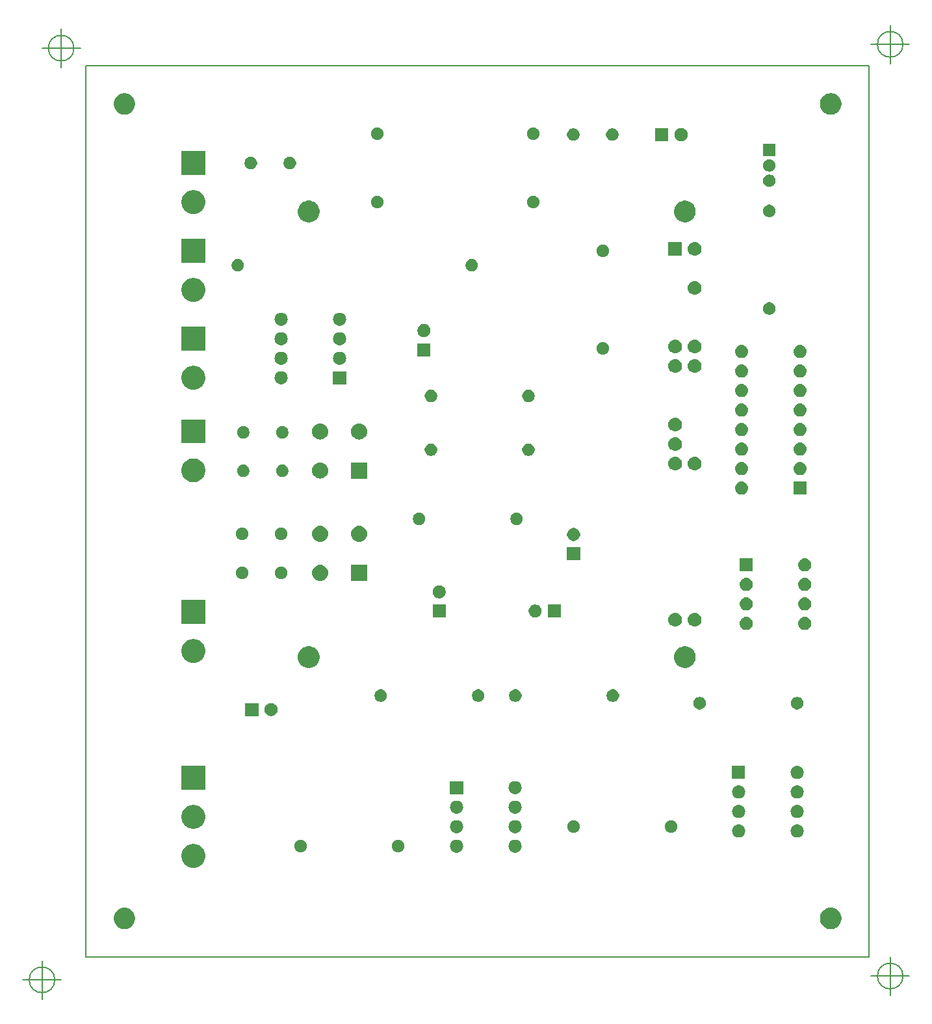
<source format=gbr>
%TF.GenerationSoftware,KiCad,Pcbnew,(5.1.0)-1*%
%TF.CreationDate,2019-04-24T14:24:48-04:00*%
%TF.ProjectId,SGschematic,53477363-6865-46d6-9174-69632e6b6963,rev?*%
%TF.SameCoordinates,Original*%
%TF.FileFunction,Soldermask,Top*%
%TF.FilePolarity,Negative*%
%FSLAX46Y46*%
G04 Gerber Fmt 4.6, Leading zero omitted, Abs format (unit mm)*
G04 Created by KiCad (PCBNEW (5.1.0)-1) date 2019-04-24 14:24:48*
%MOMM*%
%LPD*%
G04 APERTURE LIST*
%ADD10C,0.150000*%
%ADD11C,0.250000*%
G04 APERTURE END LIST*
D10*
X44076666Y-165160000D02*
G75*
G03X44076666Y-165160000I-1666666J0D01*
G01*
X39910000Y-165160000D02*
X44910000Y-165160000D01*
X42410000Y-162660000D02*
X42410000Y-167660000D01*
X46576666Y-43910000D02*
G75*
G03X46576666Y-43910000I-1666666J0D01*
G01*
X42410000Y-43910000D02*
X47410000Y-43910000D01*
X44910000Y-41410000D02*
X44910000Y-46410000D01*
X154576666Y-43410000D02*
G75*
G03X154576666Y-43410000I-1666666J0D01*
G01*
X150410000Y-43410000D02*
X155410000Y-43410000D01*
X152910000Y-40910000D02*
X152910000Y-45910000D01*
X154576666Y-164660000D02*
G75*
G03X154576666Y-164660000I-1666666J0D01*
G01*
X150410000Y-164660000D02*
X155410000Y-164660000D01*
X152910000Y-162160000D02*
X152910000Y-167160000D01*
X48160000Y-162160000D02*
X48160000Y-46160000D01*
X150160000Y-162160000D02*
X48160000Y-162160000D01*
X150160000Y-46160000D02*
X150160000Y-162160000D01*
X48160000Y-46160000D02*
X150160000Y-46160000D01*
D11*
G36*
X145478433Y-155794893D02*
G01*
X145568657Y-155812839D01*
X145674267Y-155856585D01*
X145823621Y-155918449D01*
X145823622Y-155918450D01*
X146053086Y-156071772D01*
X146248228Y-156266914D01*
X146350675Y-156420237D01*
X146401551Y-156496379D01*
X146507161Y-156751344D01*
X146561000Y-157022012D01*
X146561000Y-157297988D01*
X146507161Y-157568656D01*
X146401551Y-157823621D01*
X146401550Y-157823622D01*
X146248228Y-158053086D01*
X146053086Y-158248228D01*
X145899763Y-158350675D01*
X145823621Y-158401551D01*
X145674267Y-158463415D01*
X145568657Y-158507161D01*
X145478433Y-158525107D01*
X145297988Y-158561000D01*
X145022012Y-158561000D01*
X144841567Y-158525107D01*
X144751343Y-158507161D01*
X144645733Y-158463415D01*
X144496379Y-158401551D01*
X144420237Y-158350675D01*
X144266914Y-158248228D01*
X144071772Y-158053086D01*
X143918450Y-157823622D01*
X143918449Y-157823621D01*
X143812839Y-157568656D01*
X143759000Y-157297988D01*
X143759000Y-157022012D01*
X143812839Y-156751344D01*
X143918449Y-156496379D01*
X143969325Y-156420237D01*
X144071772Y-156266914D01*
X144266914Y-156071772D01*
X144496378Y-155918450D01*
X144496379Y-155918449D01*
X144645733Y-155856585D01*
X144751343Y-155812839D01*
X144841567Y-155794893D01*
X145022012Y-155759000D01*
X145297988Y-155759000D01*
X145478433Y-155794893D01*
X145478433Y-155794893D01*
G37*
G36*
X53478433Y-155794893D02*
G01*
X53568657Y-155812839D01*
X53674267Y-155856585D01*
X53823621Y-155918449D01*
X53823622Y-155918450D01*
X54053086Y-156071772D01*
X54248228Y-156266914D01*
X54350675Y-156420237D01*
X54401551Y-156496379D01*
X54507161Y-156751344D01*
X54561000Y-157022012D01*
X54561000Y-157297988D01*
X54507161Y-157568656D01*
X54401551Y-157823621D01*
X54401550Y-157823622D01*
X54248228Y-158053086D01*
X54053086Y-158248228D01*
X53899763Y-158350675D01*
X53823621Y-158401551D01*
X53674267Y-158463415D01*
X53568657Y-158507161D01*
X53478433Y-158525107D01*
X53297988Y-158561000D01*
X53022012Y-158561000D01*
X52841567Y-158525107D01*
X52751343Y-158507161D01*
X52645733Y-158463415D01*
X52496379Y-158401551D01*
X52420237Y-158350675D01*
X52266914Y-158248228D01*
X52071772Y-158053086D01*
X51918450Y-157823622D01*
X51918449Y-157823621D01*
X51812839Y-157568656D01*
X51759000Y-157297988D01*
X51759000Y-157022012D01*
X51812839Y-156751344D01*
X51918449Y-156496379D01*
X51969325Y-156420237D01*
X52071772Y-156266914D01*
X52266914Y-156071772D01*
X52496378Y-155918450D01*
X52496379Y-155918449D01*
X52645733Y-155856585D01*
X52751343Y-155812839D01*
X52841567Y-155794893D01*
X53022012Y-155759000D01*
X53297988Y-155759000D01*
X53478433Y-155794893D01*
X53478433Y-155794893D01*
G37*
G36*
X62432585Y-147508802D02*
G01*
X62582410Y-147538604D01*
X62864674Y-147655521D01*
X63118705Y-147825259D01*
X63334741Y-148041295D01*
X63504479Y-148295326D01*
X63621396Y-148577590D01*
X63681000Y-148877240D01*
X63681000Y-149182760D01*
X63621396Y-149482410D01*
X63504479Y-149764674D01*
X63334741Y-150018705D01*
X63118705Y-150234741D01*
X62864674Y-150404479D01*
X62582410Y-150521396D01*
X62432585Y-150551198D01*
X62282761Y-150581000D01*
X61977239Y-150581000D01*
X61827415Y-150551198D01*
X61677590Y-150521396D01*
X61395326Y-150404479D01*
X61141295Y-150234741D01*
X60925259Y-150018705D01*
X60755521Y-149764674D01*
X60638604Y-149482410D01*
X60579000Y-149182760D01*
X60579000Y-148877240D01*
X60638604Y-148577590D01*
X60755521Y-148295326D01*
X60925259Y-148041295D01*
X61141295Y-147825259D01*
X61395326Y-147655521D01*
X61677590Y-147538604D01*
X61827415Y-147508802D01*
X61977239Y-147479000D01*
X62282761Y-147479000D01*
X62432585Y-147508802D01*
X62432585Y-147508802D01*
G37*
G36*
X96586823Y-146921313D02*
G01*
X96747242Y-146969976D01*
X96877366Y-147039529D01*
X96895078Y-147048996D01*
X97024659Y-147155341D01*
X97131004Y-147284922D01*
X97131005Y-147284924D01*
X97210024Y-147432758D01*
X97258687Y-147593177D01*
X97275117Y-147760000D01*
X97258687Y-147926823D01*
X97210024Y-148087242D01*
X97139114Y-148219906D01*
X97131004Y-148235078D01*
X97024659Y-148364659D01*
X96895078Y-148471004D01*
X96895076Y-148471005D01*
X96747242Y-148550024D01*
X96586823Y-148598687D01*
X96461804Y-148611000D01*
X96378196Y-148611000D01*
X96253177Y-148598687D01*
X96092758Y-148550024D01*
X95944924Y-148471005D01*
X95944922Y-148471004D01*
X95815341Y-148364659D01*
X95708996Y-148235078D01*
X95700886Y-148219906D01*
X95629976Y-148087242D01*
X95581313Y-147926823D01*
X95564883Y-147760000D01*
X95581313Y-147593177D01*
X95629976Y-147432758D01*
X95708995Y-147284924D01*
X95708996Y-147284922D01*
X95815341Y-147155341D01*
X95944922Y-147048996D01*
X95962634Y-147039529D01*
X96092758Y-146969976D01*
X96253177Y-146921313D01*
X96378196Y-146909000D01*
X96461804Y-146909000D01*
X96586823Y-146921313D01*
X96586823Y-146921313D01*
G37*
G36*
X104206823Y-146921313D02*
G01*
X104367242Y-146969976D01*
X104497366Y-147039529D01*
X104515078Y-147048996D01*
X104644659Y-147155341D01*
X104751004Y-147284922D01*
X104751005Y-147284924D01*
X104830024Y-147432758D01*
X104878687Y-147593177D01*
X104895117Y-147760000D01*
X104878687Y-147926823D01*
X104830024Y-148087242D01*
X104759114Y-148219906D01*
X104751004Y-148235078D01*
X104644659Y-148364659D01*
X104515078Y-148471004D01*
X104515076Y-148471005D01*
X104367242Y-148550024D01*
X104206823Y-148598687D01*
X104081804Y-148611000D01*
X103998196Y-148611000D01*
X103873177Y-148598687D01*
X103712758Y-148550024D01*
X103564924Y-148471005D01*
X103564922Y-148471004D01*
X103435341Y-148364659D01*
X103328996Y-148235078D01*
X103320886Y-148219906D01*
X103249976Y-148087242D01*
X103201313Y-147926823D01*
X103184883Y-147760000D01*
X103201313Y-147593177D01*
X103249976Y-147432758D01*
X103328995Y-147284924D01*
X103328996Y-147284922D01*
X103435341Y-147155341D01*
X103564922Y-147048996D01*
X103582634Y-147039529D01*
X103712758Y-146969976D01*
X103873177Y-146921313D01*
X103998196Y-146909000D01*
X104081804Y-146909000D01*
X104206823Y-146921313D01*
X104206823Y-146921313D01*
G37*
G36*
X89037142Y-146978242D02*
G01*
X89185101Y-147039529D01*
X89318255Y-147128499D01*
X89431501Y-147241745D01*
X89520471Y-147374899D01*
X89581758Y-147522858D01*
X89613000Y-147679925D01*
X89613000Y-147840075D01*
X89581758Y-147997142D01*
X89520471Y-148145101D01*
X89431501Y-148278255D01*
X89318255Y-148391501D01*
X89185101Y-148480471D01*
X89037142Y-148541758D01*
X88880075Y-148573000D01*
X88719925Y-148573000D01*
X88562858Y-148541758D01*
X88414899Y-148480471D01*
X88281745Y-148391501D01*
X88168499Y-148278255D01*
X88079529Y-148145101D01*
X88018242Y-147997142D01*
X87987000Y-147840075D01*
X87987000Y-147679925D01*
X88018242Y-147522858D01*
X88079529Y-147374899D01*
X88168499Y-147241745D01*
X88281745Y-147128499D01*
X88414899Y-147039529D01*
X88562858Y-146978242D01*
X88719925Y-146947000D01*
X88880075Y-146947000D01*
X89037142Y-146978242D01*
X89037142Y-146978242D01*
G37*
G36*
X76337142Y-146978242D02*
G01*
X76485101Y-147039529D01*
X76618255Y-147128499D01*
X76731501Y-147241745D01*
X76820471Y-147374899D01*
X76881758Y-147522858D01*
X76913000Y-147679925D01*
X76913000Y-147840075D01*
X76881758Y-147997142D01*
X76820471Y-148145101D01*
X76731501Y-148278255D01*
X76618255Y-148391501D01*
X76485101Y-148480471D01*
X76337142Y-148541758D01*
X76180075Y-148573000D01*
X76019925Y-148573000D01*
X75862858Y-148541758D01*
X75714899Y-148480471D01*
X75581745Y-148391501D01*
X75468499Y-148278255D01*
X75379529Y-148145101D01*
X75318242Y-147997142D01*
X75287000Y-147840075D01*
X75287000Y-147679925D01*
X75318242Y-147522858D01*
X75379529Y-147374899D01*
X75468499Y-147241745D01*
X75581745Y-147128499D01*
X75714899Y-147039529D01*
X75862858Y-146978242D01*
X76019925Y-146947000D01*
X76180075Y-146947000D01*
X76337142Y-146978242D01*
X76337142Y-146978242D01*
G37*
G36*
X140946823Y-144941313D02*
G01*
X141107242Y-144989976D01*
X141225479Y-145053175D01*
X141255078Y-145068996D01*
X141384659Y-145175341D01*
X141491004Y-145304922D01*
X141491005Y-145304924D01*
X141570024Y-145452758D01*
X141618687Y-145613177D01*
X141635117Y-145780000D01*
X141618687Y-145946823D01*
X141570024Y-146107242D01*
X141499114Y-146239906D01*
X141491004Y-146255078D01*
X141384659Y-146384659D01*
X141255078Y-146491004D01*
X141255076Y-146491005D01*
X141107242Y-146570024D01*
X140946823Y-146618687D01*
X140821804Y-146631000D01*
X140738196Y-146631000D01*
X140613177Y-146618687D01*
X140452758Y-146570024D01*
X140304924Y-146491005D01*
X140304922Y-146491004D01*
X140175341Y-146384659D01*
X140068996Y-146255078D01*
X140060886Y-146239906D01*
X139989976Y-146107242D01*
X139941313Y-145946823D01*
X139924883Y-145780000D01*
X139941313Y-145613177D01*
X139989976Y-145452758D01*
X140068995Y-145304924D01*
X140068996Y-145304922D01*
X140175341Y-145175341D01*
X140304922Y-145068996D01*
X140334521Y-145053175D01*
X140452758Y-144989976D01*
X140613177Y-144941313D01*
X140738196Y-144929000D01*
X140821804Y-144929000D01*
X140946823Y-144941313D01*
X140946823Y-144941313D01*
G37*
G36*
X133326823Y-144941313D02*
G01*
X133487242Y-144989976D01*
X133605479Y-145053175D01*
X133635078Y-145068996D01*
X133764659Y-145175341D01*
X133871004Y-145304922D01*
X133871005Y-145304924D01*
X133950024Y-145452758D01*
X133998687Y-145613177D01*
X134015117Y-145780000D01*
X133998687Y-145946823D01*
X133950024Y-146107242D01*
X133879114Y-146239906D01*
X133871004Y-146255078D01*
X133764659Y-146384659D01*
X133635078Y-146491004D01*
X133635076Y-146491005D01*
X133487242Y-146570024D01*
X133326823Y-146618687D01*
X133201804Y-146631000D01*
X133118196Y-146631000D01*
X132993177Y-146618687D01*
X132832758Y-146570024D01*
X132684924Y-146491005D01*
X132684922Y-146491004D01*
X132555341Y-146384659D01*
X132448996Y-146255078D01*
X132440886Y-146239906D01*
X132369976Y-146107242D01*
X132321313Y-145946823D01*
X132304883Y-145780000D01*
X132321313Y-145613177D01*
X132369976Y-145452758D01*
X132448995Y-145304924D01*
X132448996Y-145304922D01*
X132555341Y-145175341D01*
X132684922Y-145068996D01*
X132714521Y-145053175D01*
X132832758Y-144989976D01*
X132993177Y-144941313D01*
X133118196Y-144929000D01*
X133201804Y-144929000D01*
X133326823Y-144941313D01*
X133326823Y-144941313D01*
G37*
G36*
X104206823Y-144381313D02*
G01*
X104367242Y-144429976D01*
X104497366Y-144499529D01*
X104515078Y-144508996D01*
X104644659Y-144615341D01*
X104751004Y-144744922D01*
X104751005Y-144744924D01*
X104830024Y-144892758D01*
X104878687Y-145053177D01*
X104895117Y-145220000D01*
X104878687Y-145386823D01*
X104830024Y-145547242D01*
X104794782Y-145613175D01*
X104751004Y-145695078D01*
X104644659Y-145824659D01*
X104515078Y-145931004D01*
X104515076Y-145931005D01*
X104367242Y-146010024D01*
X104206823Y-146058687D01*
X104081804Y-146071000D01*
X103998196Y-146071000D01*
X103873177Y-146058687D01*
X103712758Y-146010024D01*
X103564924Y-145931005D01*
X103564922Y-145931004D01*
X103435341Y-145824659D01*
X103328996Y-145695078D01*
X103285218Y-145613175D01*
X103249976Y-145547242D01*
X103201313Y-145386823D01*
X103184883Y-145220000D01*
X103201313Y-145053177D01*
X103249976Y-144892758D01*
X103328995Y-144744924D01*
X103328996Y-144744922D01*
X103435341Y-144615341D01*
X103564922Y-144508996D01*
X103582634Y-144499529D01*
X103712758Y-144429976D01*
X103873177Y-144381313D01*
X103998196Y-144369000D01*
X104081804Y-144369000D01*
X104206823Y-144381313D01*
X104206823Y-144381313D01*
G37*
G36*
X96586823Y-144381313D02*
G01*
X96747242Y-144429976D01*
X96877366Y-144499529D01*
X96895078Y-144508996D01*
X97024659Y-144615341D01*
X97131004Y-144744922D01*
X97131005Y-144744924D01*
X97210024Y-144892758D01*
X97258687Y-145053177D01*
X97275117Y-145220000D01*
X97258687Y-145386823D01*
X97210024Y-145547242D01*
X97174782Y-145613175D01*
X97131004Y-145695078D01*
X97024659Y-145824659D01*
X96895078Y-145931004D01*
X96895076Y-145931005D01*
X96747242Y-146010024D01*
X96586823Y-146058687D01*
X96461804Y-146071000D01*
X96378196Y-146071000D01*
X96253177Y-146058687D01*
X96092758Y-146010024D01*
X95944924Y-145931005D01*
X95944922Y-145931004D01*
X95815341Y-145824659D01*
X95708996Y-145695078D01*
X95665218Y-145613175D01*
X95629976Y-145547242D01*
X95581313Y-145386823D01*
X95564883Y-145220000D01*
X95581313Y-145053177D01*
X95629976Y-144892758D01*
X95708995Y-144744924D01*
X95708996Y-144744922D01*
X95815341Y-144615341D01*
X95944922Y-144508996D01*
X95962634Y-144499529D01*
X96092758Y-144429976D01*
X96253177Y-144381313D01*
X96378196Y-144369000D01*
X96461804Y-144369000D01*
X96586823Y-144381313D01*
X96586823Y-144381313D01*
G37*
G36*
X124597142Y-144438242D02*
G01*
X124745101Y-144499529D01*
X124878255Y-144588499D01*
X124991501Y-144701745D01*
X125080471Y-144834899D01*
X125141758Y-144982858D01*
X125173000Y-145139925D01*
X125173000Y-145300075D01*
X125141758Y-145457142D01*
X125080471Y-145605101D01*
X124991501Y-145738255D01*
X124878255Y-145851501D01*
X124745101Y-145940471D01*
X124597142Y-146001758D01*
X124440075Y-146033000D01*
X124279925Y-146033000D01*
X124122858Y-146001758D01*
X123974899Y-145940471D01*
X123841745Y-145851501D01*
X123728499Y-145738255D01*
X123639529Y-145605101D01*
X123578242Y-145457142D01*
X123547000Y-145300075D01*
X123547000Y-145139925D01*
X123578242Y-144982858D01*
X123639529Y-144834899D01*
X123728499Y-144701745D01*
X123841745Y-144588499D01*
X123974899Y-144499529D01*
X124122858Y-144438242D01*
X124279925Y-144407000D01*
X124440075Y-144407000D01*
X124597142Y-144438242D01*
X124597142Y-144438242D01*
G37*
G36*
X111897142Y-144438242D02*
G01*
X112045101Y-144499529D01*
X112178255Y-144588499D01*
X112291501Y-144701745D01*
X112380471Y-144834899D01*
X112441758Y-144982858D01*
X112473000Y-145139925D01*
X112473000Y-145300075D01*
X112441758Y-145457142D01*
X112380471Y-145605101D01*
X112291501Y-145738255D01*
X112178255Y-145851501D01*
X112045101Y-145940471D01*
X111897142Y-146001758D01*
X111740075Y-146033000D01*
X111579925Y-146033000D01*
X111422858Y-146001758D01*
X111274899Y-145940471D01*
X111141745Y-145851501D01*
X111028499Y-145738255D01*
X110939529Y-145605101D01*
X110878242Y-145457142D01*
X110847000Y-145300075D01*
X110847000Y-145139925D01*
X110878242Y-144982858D01*
X110939529Y-144834899D01*
X111028499Y-144701745D01*
X111141745Y-144588499D01*
X111274899Y-144499529D01*
X111422858Y-144438242D01*
X111579925Y-144407000D01*
X111740075Y-144407000D01*
X111897142Y-144438242D01*
X111897142Y-144438242D01*
G37*
G36*
X62432585Y-142428802D02*
G01*
X62582410Y-142458604D01*
X62864674Y-142575521D01*
X63118705Y-142745259D01*
X63334741Y-142961295D01*
X63504479Y-143215326D01*
X63621396Y-143497590D01*
X63681000Y-143797240D01*
X63681000Y-144102760D01*
X63621396Y-144402410D01*
X63504479Y-144684674D01*
X63334741Y-144938705D01*
X63118705Y-145154741D01*
X62864674Y-145324479D01*
X62582410Y-145441396D01*
X62525289Y-145452758D01*
X62282761Y-145501000D01*
X61977239Y-145501000D01*
X61734711Y-145452758D01*
X61677590Y-145441396D01*
X61395326Y-145324479D01*
X61141295Y-145154741D01*
X60925259Y-144938705D01*
X60755521Y-144684674D01*
X60638604Y-144402410D01*
X60579000Y-144102760D01*
X60579000Y-143797240D01*
X60638604Y-143497590D01*
X60755521Y-143215326D01*
X60925259Y-142961295D01*
X61141295Y-142745259D01*
X61395326Y-142575521D01*
X61677590Y-142458604D01*
X61827415Y-142428802D01*
X61977239Y-142399000D01*
X62282761Y-142399000D01*
X62432585Y-142428802D01*
X62432585Y-142428802D01*
G37*
G36*
X133326823Y-142401313D02*
G01*
X133487242Y-142449976D01*
X133605479Y-142513175D01*
X133635078Y-142528996D01*
X133764659Y-142635341D01*
X133871004Y-142764922D01*
X133871005Y-142764924D01*
X133950024Y-142912758D01*
X133998687Y-143073177D01*
X134015117Y-143240000D01*
X133998687Y-143406823D01*
X133950024Y-143567242D01*
X133879114Y-143699906D01*
X133871004Y-143715078D01*
X133764659Y-143844659D01*
X133635078Y-143951004D01*
X133635076Y-143951005D01*
X133487242Y-144030024D01*
X133326823Y-144078687D01*
X133201804Y-144091000D01*
X133118196Y-144091000D01*
X132993177Y-144078687D01*
X132832758Y-144030024D01*
X132684924Y-143951005D01*
X132684922Y-143951004D01*
X132555341Y-143844659D01*
X132448996Y-143715078D01*
X132440886Y-143699906D01*
X132369976Y-143567242D01*
X132321313Y-143406823D01*
X132304883Y-143240000D01*
X132321313Y-143073177D01*
X132369976Y-142912758D01*
X132448995Y-142764924D01*
X132448996Y-142764922D01*
X132555341Y-142635341D01*
X132684922Y-142528996D01*
X132714521Y-142513175D01*
X132832758Y-142449976D01*
X132993177Y-142401313D01*
X133118196Y-142389000D01*
X133201804Y-142389000D01*
X133326823Y-142401313D01*
X133326823Y-142401313D01*
G37*
G36*
X140946823Y-142401313D02*
G01*
X141107242Y-142449976D01*
X141225479Y-142513175D01*
X141255078Y-142528996D01*
X141384659Y-142635341D01*
X141491004Y-142764922D01*
X141491005Y-142764924D01*
X141570024Y-142912758D01*
X141618687Y-143073177D01*
X141635117Y-143240000D01*
X141618687Y-143406823D01*
X141570024Y-143567242D01*
X141499114Y-143699906D01*
X141491004Y-143715078D01*
X141384659Y-143844659D01*
X141255078Y-143951004D01*
X141255076Y-143951005D01*
X141107242Y-144030024D01*
X140946823Y-144078687D01*
X140821804Y-144091000D01*
X140738196Y-144091000D01*
X140613177Y-144078687D01*
X140452758Y-144030024D01*
X140304924Y-143951005D01*
X140304922Y-143951004D01*
X140175341Y-143844659D01*
X140068996Y-143715078D01*
X140060886Y-143699906D01*
X139989976Y-143567242D01*
X139941313Y-143406823D01*
X139924883Y-143240000D01*
X139941313Y-143073177D01*
X139989976Y-142912758D01*
X140068995Y-142764924D01*
X140068996Y-142764922D01*
X140175341Y-142635341D01*
X140304922Y-142528996D01*
X140334521Y-142513175D01*
X140452758Y-142449976D01*
X140613177Y-142401313D01*
X140738196Y-142389000D01*
X140821804Y-142389000D01*
X140946823Y-142401313D01*
X140946823Y-142401313D01*
G37*
G36*
X104206823Y-141841313D02*
G01*
X104367242Y-141889976D01*
X104499906Y-141960886D01*
X104515078Y-141968996D01*
X104644659Y-142075341D01*
X104751004Y-142204922D01*
X104751005Y-142204924D01*
X104830024Y-142352758D01*
X104878687Y-142513177D01*
X104895117Y-142680000D01*
X104878687Y-142846823D01*
X104830024Y-143007242D01*
X104794782Y-143073175D01*
X104751004Y-143155078D01*
X104644659Y-143284659D01*
X104515078Y-143391004D01*
X104515076Y-143391005D01*
X104367242Y-143470024D01*
X104206823Y-143518687D01*
X104081804Y-143531000D01*
X103998196Y-143531000D01*
X103873177Y-143518687D01*
X103712758Y-143470024D01*
X103564924Y-143391005D01*
X103564922Y-143391004D01*
X103435341Y-143284659D01*
X103328996Y-143155078D01*
X103285218Y-143073175D01*
X103249976Y-143007242D01*
X103201313Y-142846823D01*
X103184883Y-142680000D01*
X103201313Y-142513177D01*
X103249976Y-142352758D01*
X103328995Y-142204924D01*
X103328996Y-142204922D01*
X103435341Y-142075341D01*
X103564922Y-141968996D01*
X103580094Y-141960886D01*
X103712758Y-141889976D01*
X103873177Y-141841313D01*
X103998196Y-141829000D01*
X104081804Y-141829000D01*
X104206823Y-141841313D01*
X104206823Y-141841313D01*
G37*
G36*
X96586823Y-141841313D02*
G01*
X96747242Y-141889976D01*
X96879906Y-141960886D01*
X96895078Y-141968996D01*
X97024659Y-142075341D01*
X97131004Y-142204922D01*
X97131005Y-142204924D01*
X97210024Y-142352758D01*
X97258687Y-142513177D01*
X97275117Y-142680000D01*
X97258687Y-142846823D01*
X97210024Y-143007242D01*
X97174782Y-143073175D01*
X97131004Y-143155078D01*
X97024659Y-143284659D01*
X96895078Y-143391004D01*
X96895076Y-143391005D01*
X96747242Y-143470024D01*
X96586823Y-143518687D01*
X96461804Y-143531000D01*
X96378196Y-143531000D01*
X96253177Y-143518687D01*
X96092758Y-143470024D01*
X95944924Y-143391005D01*
X95944922Y-143391004D01*
X95815341Y-143284659D01*
X95708996Y-143155078D01*
X95665218Y-143073175D01*
X95629976Y-143007242D01*
X95581313Y-142846823D01*
X95564883Y-142680000D01*
X95581313Y-142513177D01*
X95629976Y-142352758D01*
X95708995Y-142204924D01*
X95708996Y-142204922D01*
X95815341Y-142075341D01*
X95944922Y-141968996D01*
X95960094Y-141960886D01*
X96092758Y-141889976D01*
X96253177Y-141841313D01*
X96378196Y-141829000D01*
X96461804Y-141829000D01*
X96586823Y-141841313D01*
X96586823Y-141841313D01*
G37*
G36*
X140946823Y-139861313D02*
G01*
X141107242Y-139909976D01*
X141225479Y-139973175D01*
X141255078Y-139988996D01*
X141384659Y-140095341D01*
X141491004Y-140224922D01*
X141491005Y-140224924D01*
X141570024Y-140372758D01*
X141618687Y-140533177D01*
X141635117Y-140700000D01*
X141618687Y-140866823D01*
X141570024Y-141027242D01*
X141499114Y-141159906D01*
X141491004Y-141175078D01*
X141384659Y-141304659D01*
X141255078Y-141411004D01*
X141255076Y-141411005D01*
X141107242Y-141490024D01*
X140946823Y-141538687D01*
X140821804Y-141551000D01*
X140738196Y-141551000D01*
X140613177Y-141538687D01*
X140452758Y-141490024D01*
X140304924Y-141411005D01*
X140304922Y-141411004D01*
X140175341Y-141304659D01*
X140068996Y-141175078D01*
X140060886Y-141159906D01*
X139989976Y-141027242D01*
X139941313Y-140866823D01*
X139924883Y-140700000D01*
X139941313Y-140533177D01*
X139989976Y-140372758D01*
X140068995Y-140224924D01*
X140068996Y-140224922D01*
X140175341Y-140095341D01*
X140304922Y-139988996D01*
X140334521Y-139973175D01*
X140452758Y-139909976D01*
X140613177Y-139861313D01*
X140738196Y-139849000D01*
X140821804Y-139849000D01*
X140946823Y-139861313D01*
X140946823Y-139861313D01*
G37*
G36*
X133326823Y-139861313D02*
G01*
X133487242Y-139909976D01*
X133605479Y-139973175D01*
X133635078Y-139988996D01*
X133764659Y-140095341D01*
X133871004Y-140224922D01*
X133871005Y-140224924D01*
X133950024Y-140372758D01*
X133998687Y-140533177D01*
X134015117Y-140700000D01*
X133998687Y-140866823D01*
X133950024Y-141027242D01*
X133879114Y-141159906D01*
X133871004Y-141175078D01*
X133764659Y-141304659D01*
X133635078Y-141411004D01*
X133635076Y-141411005D01*
X133487242Y-141490024D01*
X133326823Y-141538687D01*
X133201804Y-141551000D01*
X133118196Y-141551000D01*
X132993177Y-141538687D01*
X132832758Y-141490024D01*
X132684924Y-141411005D01*
X132684922Y-141411004D01*
X132555341Y-141304659D01*
X132448996Y-141175078D01*
X132440886Y-141159906D01*
X132369976Y-141027242D01*
X132321313Y-140866823D01*
X132304883Y-140700000D01*
X132321313Y-140533177D01*
X132369976Y-140372758D01*
X132448995Y-140224924D01*
X132448996Y-140224922D01*
X132555341Y-140095341D01*
X132684922Y-139988996D01*
X132714521Y-139973175D01*
X132832758Y-139909976D01*
X132993177Y-139861313D01*
X133118196Y-139849000D01*
X133201804Y-139849000D01*
X133326823Y-139861313D01*
X133326823Y-139861313D01*
G37*
G36*
X104206823Y-139301313D02*
G01*
X104367242Y-139349976D01*
X104499906Y-139420886D01*
X104515078Y-139428996D01*
X104644659Y-139535341D01*
X104751004Y-139664922D01*
X104751005Y-139664924D01*
X104830024Y-139812758D01*
X104878687Y-139973177D01*
X104895117Y-140140000D01*
X104878687Y-140306823D01*
X104830024Y-140467242D01*
X104794782Y-140533175D01*
X104751004Y-140615078D01*
X104644659Y-140744659D01*
X104515078Y-140851004D01*
X104515076Y-140851005D01*
X104367242Y-140930024D01*
X104206823Y-140978687D01*
X104081804Y-140991000D01*
X103998196Y-140991000D01*
X103873177Y-140978687D01*
X103712758Y-140930024D01*
X103564924Y-140851005D01*
X103564922Y-140851004D01*
X103435341Y-140744659D01*
X103328996Y-140615078D01*
X103285218Y-140533175D01*
X103249976Y-140467242D01*
X103201313Y-140306823D01*
X103184883Y-140140000D01*
X103201313Y-139973177D01*
X103249976Y-139812758D01*
X103328995Y-139664924D01*
X103328996Y-139664922D01*
X103435341Y-139535341D01*
X103564922Y-139428996D01*
X103580094Y-139420886D01*
X103712758Y-139349976D01*
X103873177Y-139301313D01*
X103998196Y-139289000D01*
X104081804Y-139289000D01*
X104206823Y-139301313D01*
X104206823Y-139301313D01*
G37*
G36*
X97271000Y-140991000D02*
G01*
X95569000Y-140991000D01*
X95569000Y-139289000D01*
X97271000Y-139289000D01*
X97271000Y-140991000D01*
X97271000Y-140991000D01*
G37*
G36*
X63681000Y-140421000D02*
G01*
X60579000Y-140421000D01*
X60579000Y-137319000D01*
X63681000Y-137319000D01*
X63681000Y-140421000D01*
X63681000Y-140421000D01*
G37*
G36*
X140946823Y-137321313D02*
G01*
X141107242Y-137369976D01*
X141239906Y-137440886D01*
X141255078Y-137448996D01*
X141384659Y-137555341D01*
X141491004Y-137684922D01*
X141491005Y-137684924D01*
X141570024Y-137832758D01*
X141618687Y-137993177D01*
X141635117Y-138160000D01*
X141618687Y-138326823D01*
X141570024Y-138487242D01*
X141499114Y-138619906D01*
X141491004Y-138635078D01*
X141384659Y-138764659D01*
X141255078Y-138871004D01*
X141255076Y-138871005D01*
X141107242Y-138950024D01*
X140946823Y-138998687D01*
X140821804Y-139011000D01*
X140738196Y-139011000D01*
X140613177Y-138998687D01*
X140452758Y-138950024D01*
X140304924Y-138871005D01*
X140304922Y-138871004D01*
X140175341Y-138764659D01*
X140068996Y-138635078D01*
X140060886Y-138619906D01*
X139989976Y-138487242D01*
X139941313Y-138326823D01*
X139924883Y-138160000D01*
X139941313Y-137993177D01*
X139989976Y-137832758D01*
X140068995Y-137684924D01*
X140068996Y-137684922D01*
X140175341Y-137555341D01*
X140304922Y-137448996D01*
X140320094Y-137440886D01*
X140452758Y-137369976D01*
X140613177Y-137321313D01*
X140738196Y-137309000D01*
X140821804Y-137309000D01*
X140946823Y-137321313D01*
X140946823Y-137321313D01*
G37*
G36*
X134011000Y-139011000D02*
G01*
X132309000Y-139011000D01*
X132309000Y-137309000D01*
X134011000Y-137309000D01*
X134011000Y-139011000D01*
X134011000Y-139011000D01*
G37*
G36*
X72498228Y-129161703D02*
G01*
X72653100Y-129225853D01*
X72792481Y-129318985D01*
X72911015Y-129437519D01*
X73004147Y-129576900D01*
X73068297Y-129731772D01*
X73101000Y-129896184D01*
X73101000Y-130063816D01*
X73068297Y-130228228D01*
X73004147Y-130383100D01*
X72911015Y-130522481D01*
X72792481Y-130641015D01*
X72653100Y-130734147D01*
X72498228Y-130798297D01*
X72333816Y-130831000D01*
X72166184Y-130831000D01*
X72001772Y-130798297D01*
X71846900Y-130734147D01*
X71707519Y-130641015D01*
X71588985Y-130522481D01*
X71495853Y-130383100D01*
X71431703Y-130228228D01*
X71399000Y-130063816D01*
X71399000Y-129896184D01*
X71431703Y-129731772D01*
X71495853Y-129576900D01*
X71588985Y-129437519D01*
X71707519Y-129318985D01*
X71846900Y-129225853D01*
X72001772Y-129161703D01*
X72166184Y-129129000D01*
X72333816Y-129129000D01*
X72498228Y-129161703D01*
X72498228Y-129161703D01*
G37*
G36*
X70601000Y-130831000D02*
G01*
X68899000Y-130831000D01*
X68899000Y-129129000D01*
X70601000Y-129129000D01*
X70601000Y-130831000D01*
X70601000Y-130831000D01*
G37*
G36*
X141017142Y-128378242D02*
G01*
X141165101Y-128439529D01*
X141298255Y-128528499D01*
X141411501Y-128641745D01*
X141500471Y-128774899D01*
X141561758Y-128922858D01*
X141593000Y-129079925D01*
X141593000Y-129240075D01*
X141561758Y-129397142D01*
X141500471Y-129545101D01*
X141411501Y-129678255D01*
X141298255Y-129791501D01*
X141165101Y-129880471D01*
X141017142Y-129941758D01*
X140860075Y-129973000D01*
X140699925Y-129973000D01*
X140542858Y-129941758D01*
X140394899Y-129880471D01*
X140261745Y-129791501D01*
X140148499Y-129678255D01*
X140059529Y-129545101D01*
X139998242Y-129397142D01*
X139967000Y-129240075D01*
X139967000Y-129079925D01*
X139998242Y-128922858D01*
X140059529Y-128774899D01*
X140148499Y-128641745D01*
X140261745Y-128528499D01*
X140394899Y-128439529D01*
X140542858Y-128378242D01*
X140699925Y-128347000D01*
X140860075Y-128347000D01*
X141017142Y-128378242D01*
X141017142Y-128378242D01*
G37*
G36*
X128317142Y-128378242D02*
G01*
X128465101Y-128439529D01*
X128598255Y-128528499D01*
X128711501Y-128641745D01*
X128800471Y-128774899D01*
X128861758Y-128922858D01*
X128893000Y-129079925D01*
X128893000Y-129240075D01*
X128861758Y-129397142D01*
X128800471Y-129545101D01*
X128711501Y-129678255D01*
X128598255Y-129791501D01*
X128465101Y-129880471D01*
X128317142Y-129941758D01*
X128160075Y-129973000D01*
X127999925Y-129973000D01*
X127842858Y-129941758D01*
X127694899Y-129880471D01*
X127561745Y-129791501D01*
X127448499Y-129678255D01*
X127359529Y-129545101D01*
X127298242Y-129397142D01*
X127267000Y-129240075D01*
X127267000Y-129079925D01*
X127298242Y-128922858D01*
X127359529Y-128774899D01*
X127448499Y-128641745D01*
X127561745Y-128528499D01*
X127694899Y-128439529D01*
X127842858Y-128378242D01*
X127999925Y-128347000D01*
X128160075Y-128347000D01*
X128317142Y-128378242D01*
X128317142Y-128378242D01*
G37*
G36*
X99477142Y-127378242D02*
G01*
X99625101Y-127439529D01*
X99758255Y-127528499D01*
X99871501Y-127641745D01*
X99960471Y-127774899D01*
X100021758Y-127922858D01*
X100053000Y-128079925D01*
X100053000Y-128240075D01*
X100021758Y-128397142D01*
X99960471Y-128545101D01*
X99871501Y-128678255D01*
X99758255Y-128791501D01*
X99625101Y-128880471D01*
X99477142Y-128941758D01*
X99320075Y-128973000D01*
X99159925Y-128973000D01*
X99002858Y-128941758D01*
X98854899Y-128880471D01*
X98721745Y-128791501D01*
X98608499Y-128678255D01*
X98519529Y-128545101D01*
X98458242Y-128397142D01*
X98427000Y-128240075D01*
X98427000Y-128079925D01*
X98458242Y-127922858D01*
X98519529Y-127774899D01*
X98608499Y-127641745D01*
X98721745Y-127528499D01*
X98854899Y-127439529D01*
X99002858Y-127378242D01*
X99159925Y-127347000D01*
X99320075Y-127347000D01*
X99477142Y-127378242D01*
X99477142Y-127378242D01*
G37*
G36*
X86777142Y-127378242D02*
G01*
X86925101Y-127439529D01*
X87058255Y-127528499D01*
X87171501Y-127641745D01*
X87260471Y-127774899D01*
X87321758Y-127922858D01*
X87353000Y-128079925D01*
X87353000Y-128240075D01*
X87321758Y-128397142D01*
X87260471Y-128545101D01*
X87171501Y-128678255D01*
X87058255Y-128791501D01*
X86925101Y-128880471D01*
X86777142Y-128941758D01*
X86620075Y-128973000D01*
X86459925Y-128973000D01*
X86302858Y-128941758D01*
X86154899Y-128880471D01*
X86021745Y-128791501D01*
X85908499Y-128678255D01*
X85819529Y-128545101D01*
X85758242Y-128397142D01*
X85727000Y-128240075D01*
X85727000Y-128079925D01*
X85758242Y-127922858D01*
X85819529Y-127774899D01*
X85908499Y-127641745D01*
X86021745Y-127528499D01*
X86154899Y-127439529D01*
X86302858Y-127378242D01*
X86459925Y-127347000D01*
X86620075Y-127347000D01*
X86777142Y-127378242D01*
X86777142Y-127378242D01*
G37*
G36*
X104317142Y-127378242D02*
G01*
X104465101Y-127439529D01*
X104598255Y-127528499D01*
X104711501Y-127641745D01*
X104800471Y-127774899D01*
X104861758Y-127922858D01*
X104893000Y-128079925D01*
X104893000Y-128240075D01*
X104861758Y-128397142D01*
X104800471Y-128545101D01*
X104711501Y-128678255D01*
X104598255Y-128791501D01*
X104465101Y-128880471D01*
X104317142Y-128941758D01*
X104160075Y-128973000D01*
X103999925Y-128973000D01*
X103842858Y-128941758D01*
X103694899Y-128880471D01*
X103561745Y-128791501D01*
X103448499Y-128678255D01*
X103359529Y-128545101D01*
X103298242Y-128397142D01*
X103267000Y-128240075D01*
X103267000Y-128079925D01*
X103298242Y-127922858D01*
X103359529Y-127774899D01*
X103448499Y-127641745D01*
X103561745Y-127528499D01*
X103694899Y-127439529D01*
X103842858Y-127378242D01*
X103999925Y-127347000D01*
X104160075Y-127347000D01*
X104317142Y-127378242D01*
X104317142Y-127378242D01*
G37*
G36*
X117017142Y-127378242D02*
G01*
X117165101Y-127439529D01*
X117298255Y-127528499D01*
X117411501Y-127641745D01*
X117500471Y-127774899D01*
X117561758Y-127922858D01*
X117593000Y-128079925D01*
X117593000Y-128240075D01*
X117561758Y-128397142D01*
X117500471Y-128545101D01*
X117411501Y-128678255D01*
X117298255Y-128791501D01*
X117165101Y-128880471D01*
X117017142Y-128941758D01*
X116860075Y-128973000D01*
X116699925Y-128973000D01*
X116542858Y-128941758D01*
X116394899Y-128880471D01*
X116261745Y-128791501D01*
X116148499Y-128678255D01*
X116059529Y-128545101D01*
X115998242Y-128397142D01*
X115967000Y-128240075D01*
X115967000Y-128079925D01*
X115998242Y-127922858D01*
X116059529Y-127774899D01*
X116148499Y-127641745D01*
X116261745Y-127528499D01*
X116394899Y-127439529D01*
X116542858Y-127378242D01*
X116699925Y-127347000D01*
X116860075Y-127347000D01*
X117017142Y-127378242D01*
X117017142Y-127378242D01*
G37*
G36*
X126478433Y-121794893D02*
G01*
X126568657Y-121812839D01*
X126674267Y-121856585D01*
X126823621Y-121918449D01*
X126823622Y-121918450D01*
X127053086Y-122071772D01*
X127248228Y-122266914D01*
X127350675Y-122420237D01*
X127401551Y-122496379D01*
X127507161Y-122751344D01*
X127561000Y-123022012D01*
X127561000Y-123297988D01*
X127507161Y-123568656D01*
X127401551Y-123823621D01*
X127401550Y-123823622D01*
X127248228Y-124053086D01*
X127053086Y-124248228D01*
X126899763Y-124350675D01*
X126823621Y-124401551D01*
X126674267Y-124463415D01*
X126568657Y-124507161D01*
X126478433Y-124525107D01*
X126297988Y-124561000D01*
X126022012Y-124561000D01*
X125841567Y-124525107D01*
X125751343Y-124507161D01*
X125645733Y-124463415D01*
X125496379Y-124401551D01*
X125420237Y-124350675D01*
X125266914Y-124248228D01*
X125071772Y-124053086D01*
X124918450Y-123823622D01*
X124918449Y-123823621D01*
X124812839Y-123568656D01*
X124759000Y-123297988D01*
X124759000Y-123022012D01*
X124812839Y-122751344D01*
X124918449Y-122496379D01*
X124969325Y-122420237D01*
X125071772Y-122266914D01*
X125266914Y-122071772D01*
X125496378Y-121918450D01*
X125496379Y-121918449D01*
X125645733Y-121856585D01*
X125751343Y-121812839D01*
X125841567Y-121794893D01*
X126022012Y-121759000D01*
X126297988Y-121759000D01*
X126478433Y-121794893D01*
X126478433Y-121794893D01*
G37*
G36*
X77478433Y-121794893D02*
G01*
X77568657Y-121812839D01*
X77674267Y-121856585D01*
X77823621Y-121918449D01*
X77823622Y-121918450D01*
X78053086Y-122071772D01*
X78248228Y-122266914D01*
X78350675Y-122420237D01*
X78401551Y-122496379D01*
X78507161Y-122751344D01*
X78561000Y-123022012D01*
X78561000Y-123297988D01*
X78507161Y-123568656D01*
X78401551Y-123823621D01*
X78401550Y-123823622D01*
X78248228Y-124053086D01*
X78053086Y-124248228D01*
X77899763Y-124350675D01*
X77823621Y-124401551D01*
X77674267Y-124463415D01*
X77568657Y-124507161D01*
X77478433Y-124525107D01*
X77297988Y-124561000D01*
X77022012Y-124561000D01*
X76841567Y-124525107D01*
X76751343Y-124507161D01*
X76645733Y-124463415D01*
X76496379Y-124401551D01*
X76420237Y-124350675D01*
X76266914Y-124248228D01*
X76071772Y-124053086D01*
X75918450Y-123823622D01*
X75918449Y-123823621D01*
X75812839Y-123568656D01*
X75759000Y-123297988D01*
X75759000Y-123022012D01*
X75812839Y-122751344D01*
X75918449Y-122496379D01*
X75969325Y-122420237D01*
X76071772Y-122266914D01*
X76266914Y-122071772D01*
X76496378Y-121918450D01*
X76496379Y-121918449D01*
X76645733Y-121856585D01*
X76751343Y-121812839D01*
X76841567Y-121794893D01*
X77022012Y-121759000D01*
X77297988Y-121759000D01*
X77478433Y-121794893D01*
X77478433Y-121794893D01*
G37*
G36*
X62432585Y-120838802D02*
G01*
X62582410Y-120868604D01*
X62864674Y-120985521D01*
X63118705Y-121155259D01*
X63334741Y-121371295D01*
X63504479Y-121625326D01*
X63621396Y-121907590D01*
X63681000Y-122207240D01*
X63681000Y-122512760D01*
X63621396Y-122812410D01*
X63504479Y-123094674D01*
X63334741Y-123348705D01*
X63118705Y-123564741D01*
X62864674Y-123734479D01*
X62582410Y-123851396D01*
X62432585Y-123881198D01*
X62282761Y-123911000D01*
X61977239Y-123911000D01*
X61827415Y-123881198D01*
X61677590Y-123851396D01*
X61395326Y-123734479D01*
X61141295Y-123564741D01*
X60925259Y-123348705D01*
X60755521Y-123094674D01*
X60638604Y-122812410D01*
X60579000Y-122512760D01*
X60579000Y-122207240D01*
X60638604Y-121907590D01*
X60755521Y-121625326D01*
X60925259Y-121371295D01*
X61141295Y-121155259D01*
X61395326Y-120985521D01*
X61677590Y-120868604D01*
X61827415Y-120838802D01*
X61977239Y-120809000D01*
X62282761Y-120809000D01*
X62432585Y-120838802D01*
X62432585Y-120838802D01*
G37*
G36*
X141946823Y-117941313D02*
G01*
X142107242Y-117989976D01*
X142239906Y-118060886D01*
X142255078Y-118068996D01*
X142384659Y-118175341D01*
X142491004Y-118304922D01*
X142491005Y-118304924D01*
X142570024Y-118452758D01*
X142618687Y-118613177D01*
X142635117Y-118780000D01*
X142618687Y-118946823D01*
X142570024Y-119107242D01*
X142532223Y-119177963D01*
X142491004Y-119255078D01*
X142384659Y-119384659D01*
X142255078Y-119491004D01*
X142255076Y-119491005D01*
X142107242Y-119570024D01*
X141946823Y-119618687D01*
X141821804Y-119631000D01*
X141738196Y-119631000D01*
X141613177Y-119618687D01*
X141452758Y-119570024D01*
X141304924Y-119491005D01*
X141304922Y-119491004D01*
X141175341Y-119384659D01*
X141068996Y-119255078D01*
X141027777Y-119177963D01*
X140989976Y-119107242D01*
X140941313Y-118946823D01*
X140924883Y-118780000D01*
X140941313Y-118613177D01*
X140989976Y-118452758D01*
X141068995Y-118304924D01*
X141068996Y-118304922D01*
X141175341Y-118175341D01*
X141304922Y-118068996D01*
X141320094Y-118060886D01*
X141452758Y-117989976D01*
X141613177Y-117941313D01*
X141738196Y-117929000D01*
X141821804Y-117929000D01*
X141946823Y-117941313D01*
X141946823Y-117941313D01*
G37*
G36*
X134326823Y-117941313D02*
G01*
X134487242Y-117989976D01*
X134619906Y-118060886D01*
X134635078Y-118068996D01*
X134764659Y-118175341D01*
X134871004Y-118304922D01*
X134871005Y-118304924D01*
X134950024Y-118452758D01*
X134998687Y-118613177D01*
X135015117Y-118780000D01*
X134998687Y-118946823D01*
X134950024Y-119107242D01*
X134912223Y-119177963D01*
X134871004Y-119255078D01*
X134764659Y-119384659D01*
X134635078Y-119491004D01*
X134635076Y-119491005D01*
X134487242Y-119570024D01*
X134326823Y-119618687D01*
X134201804Y-119631000D01*
X134118196Y-119631000D01*
X133993177Y-119618687D01*
X133832758Y-119570024D01*
X133684924Y-119491005D01*
X133684922Y-119491004D01*
X133555341Y-119384659D01*
X133448996Y-119255078D01*
X133407777Y-119177963D01*
X133369976Y-119107242D01*
X133321313Y-118946823D01*
X133304883Y-118780000D01*
X133321313Y-118613177D01*
X133369976Y-118452758D01*
X133448995Y-118304924D01*
X133448996Y-118304922D01*
X133555341Y-118175341D01*
X133684922Y-118068996D01*
X133700094Y-118060886D01*
X133832758Y-117989976D01*
X133993177Y-117941313D01*
X134118196Y-117929000D01*
X134201804Y-117929000D01*
X134326823Y-117941313D01*
X134326823Y-117941313D01*
G37*
G36*
X127540442Y-117395518D02*
G01*
X127606627Y-117402037D01*
X127776466Y-117453557D01*
X127932991Y-117537222D01*
X127964523Y-117563100D01*
X128070186Y-117649814D01*
X128153448Y-117751271D01*
X128182778Y-117787009D01*
X128266443Y-117943534D01*
X128317963Y-118113373D01*
X128335359Y-118290000D01*
X128317963Y-118466627D01*
X128266443Y-118636466D01*
X128182778Y-118792991D01*
X128153448Y-118828729D01*
X128070186Y-118930186D01*
X127968729Y-119013448D01*
X127932991Y-119042778D01*
X127776466Y-119126443D01*
X127606627Y-119177963D01*
X127540443Y-119184481D01*
X127474260Y-119191000D01*
X127385740Y-119191000D01*
X127319557Y-119184481D01*
X127253373Y-119177963D01*
X127083534Y-119126443D01*
X126927009Y-119042778D01*
X126891271Y-119013448D01*
X126789814Y-118930186D01*
X126706552Y-118828729D01*
X126677222Y-118792991D01*
X126593557Y-118636466D01*
X126542037Y-118466627D01*
X126524641Y-118290000D01*
X126542037Y-118113373D01*
X126593557Y-117943534D01*
X126677222Y-117787009D01*
X126706552Y-117751271D01*
X126789814Y-117649814D01*
X126895477Y-117563100D01*
X126927009Y-117537222D01*
X127083534Y-117453557D01*
X127253373Y-117402037D01*
X127319558Y-117395518D01*
X127385740Y-117389000D01*
X127474260Y-117389000D01*
X127540442Y-117395518D01*
X127540442Y-117395518D01*
G37*
G36*
X125000442Y-117395518D02*
G01*
X125066627Y-117402037D01*
X125236466Y-117453557D01*
X125392991Y-117537222D01*
X125424523Y-117563100D01*
X125530186Y-117649814D01*
X125613448Y-117751271D01*
X125642778Y-117787009D01*
X125726443Y-117943534D01*
X125777963Y-118113373D01*
X125795359Y-118290000D01*
X125777963Y-118466627D01*
X125726443Y-118636466D01*
X125642778Y-118792991D01*
X125613448Y-118828729D01*
X125530186Y-118930186D01*
X125428729Y-119013448D01*
X125392991Y-119042778D01*
X125236466Y-119126443D01*
X125066627Y-119177963D01*
X125000443Y-119184481D01*
X124934260Y-119191000D01*
X124845740Y-119191000D01*
X124779557Y-119184481D01*
X124713373Y-119177963D01*
X124543534Y-119126443D01*
X124387009Y-119042778D01*
X124351271Y-119013448D01*
X124249814Y-118930186D01*
X124166552Y-118828729D01*
X124137222Y-118792991D01*
X124053557Y-118636466D01*
X124002037Y-118466627D01*
X123984641Y-118290000D01*
X124002037Y-118113373D01*
X124053557Y-117943534D01*
X124137222Y-117787009D01*
X124166552Y-117751271D01*
X124249814Y-117649814D01*
X124355477Y-117563100D01*
X124387009Y-117537222D01*
X124543534Y-117453557D01*
X124713373Y-117402037D01*
X124779558Y-117395518D01*
X124845740Y-117389000D01*
X124934260Y-117389000D01*
X125000442Y-117395518D01*
X125000442Y-117395518D01*
G37*
G36*
X63681000Y-118831000D02*
G01*
X60579000Y-118831000D01*
X60579000Y-115729000D01*
X63681000Y-115729000D01*
X63681000Y-118831000D01*
X63681000Y-118831000D01*
G37*
G36*
X95011000Y-118011000D02*
G01*
X93309000Y-118011000D01*
X93309000Y-116309000D01*
X95011000Y-116309000D01*
X95011000Y-118011000D01*
X95011000Y-118011000D01*
G37*
G36*
X110011000Y-118011000D02*
G01*
X108309000Y-118011000D01*
X108309000Y-116309000D01*
X110011000Y-116309000D01*
X110011000Y-118011000D01*
X110011000Y-118011000D01*
G37*
G36*
X106908228Y-116341703D02*
G01*
X107063100Y-116405853D01*
X107202481Y-116498985D01*
X107321015Y-116617519D01*
X107414147Y-116756900D01*
X107478297Y-116911772D01*
X107511000Y-117076184D01*
X107511000Y-117243816D01*
X107478297Y-117408228D01*
X107414147Y-117563100D01*
X107321015Y-117702481D01*
X107202481Y-117821015D01*
X107063100Y-117914147D01*
X106908228Y-117978297D01*
X106743816Y-118011000D01*
X106576184Y-118011000D01*
X106411772Y-117978297D01*
X106256900Y-117914147D01*
X106117519Y-117821015D01*
X105998985Y-117702481D01*
X105905853Y-117563100D01*
X105841703Y-117408228D01*
X105809000Y-117243816D01*
X105809000Y-117076184D01*
X105841703Y-116911772D01*
X105905853Y-116756900D01*
X105998985Y-116617519D01*
X106117519Y-116498985D01*
X106256900Y-116405853D01*
X106411772Y-116341703D01*
X106576184Y-116309000D01*
X106743816Y-116309000D01*
X106908228Y-116341703D01*
X106908228Y-116341703D01*
G37*
G36*
X141946823Y-115401313D02*
G01*
X142107242Y-115449976D01*
X142221410Y-115511000D01*
X142255078Y-115528996D01*
X142384659Y-115635341D01*
X142491004Y-115764922D01*
X142491005Y-115764924D01*
X142570024Y-115912758D01*
X142618687Y-116073177D01*
X142635117Y-116240000D01*
X142618687Y-116406823D01*
X142570024Y-116567242D01*
X142499114Y-116699906D01*
X142491004Y-116715078D01*
X142384659Y-116844659D01*
X142255078Y-116951004D01*
X142255076Y-116951005D01*
X142107242Y-117030024D01*
X141946823Y-117078687D01*
X141821804Y-117091000D01*
X141738196Y-117091000D01*
X141613177Y-117078687D01*
X141452758Y-117030024D01*
X141304924Y-116951005D01*
X141304922Y-116951004D01*
X141175341Y-116844659D01*
X141068996Y-116715078D01*
X141060886Y-116699906D01*
X140989976Y-116567242D01*
X140941313Y-116406823D01*
X140924883Y-116240000D01*
X140941313Y-116073177D01*
X140989976Y-115912758D01*
X141068995Y-115764924D01*
X141068996Y-115764922D01*
X141175341Y-115635341D01*
X141304922Y-115528996D01*
X141338590Y-115511000D01*
X141452758Y-115449976D01*
X141613177Y-115401313D01*
X141738196Y-115389000D01*
X141821804Y-115389000D01*
X141946823Y-115401313D01*
X141946823Y-115401313D01*
G37*
G36*
X134326823Y-115401313D02*
G01*
X134487242Y-115449976D01*
X134601410Y-115511000D01*
X134635078Y-115528996D01*
X134764659Y-115635341D01*
X134871004Y-115764922D01*
X134871005Y-115764924D01*
X134950024Y-115912758D01*
X134998687Y-116073177D01*
X135015117Y-116240000D01*
X134998687Y-116406823D01*
X134950024Y-116567242D01*
X134879114Y-116699906D01*
X134871004Y-116715078D01*
X134764659Y-116844659D01*
X134635078Y-116951004D01*
X134635076Y-116951005D01*
X134487242Y-117030024D01*
X134326823Y-117078687D01*
X134201804Y-117091000D01*
X134118196Y-117091000D01*
X133993177Y-117078687D01*
X133832758Y-117030024D01*
X133684924Y-116951005D01*
X133684922Y-116951004D01*
X133555341Y-116844659D01*
X133448996Y-116715078D01*
X133440886Y-116699906D01*
X133369976Y-116567242D01*
X133321313Y-116406823D01*
X133304883Y-116240000D01*
X133321313Y-116073177D01*
X133369976Y-115912758D01*
X133448995Y-115764924D01*
X133448996Y-115764922D01*
X133555341Y-115635341D01*
X133684922Y-115528996D01*
X133718590Y-115511000D01*
X133832758Y-115449976D01*
X133993177Y-115401313D01*
X134118196Y-115389000D01*
X134201804Y-115389000D01*
X134326823Y-115401313D01*
X134326823Y-115401313D01*
G37*
G36*
X94408228Y-113841703D02*
G01*
X94563100Y-113905853D01*
X94702481Y-113998985D01*
X94821015Y-114117519D01*
X94914147Y-114256900D01*
X94978297Y-114411772D01*
X95011000Y-114576184D01*
X95011000Y-114743816D01*
X94978297Y-114908228D01*
X94914147Y-115063100D01*
X94821015Y-115202481D01*
X94702481Y-115321015D01*
X94563100Y-115414147D01*
X94408228Y-115478297D01*
X94243816Y-115511000D01*
X94076184Y-115511000D01*
X93911772Y-115478297D01*
X93756900Y-115414147D01*
X93617519Y-115321015D01*
X93498985Y-115202481D01*
X93405853Y-115063100D01*
X93341703Y-114908228D01*
X93309000Y-114743816D01*
X93309000Y-114576184D01*
X93341703Y-114411772D01*
X93405853Y-114256900D01*
X93498985Y-114117519D01*
X93617519Y-113998985D01*
X93756900Y-113905853D01*
X93911772Y-113841703D01*
X94076184Y-113809000D01*
X94243816Y-113809000D01*
X94408228Y-113841703D01*
X94408228Y-113841703D01*
G37*
G36*
X141946823Y-112861313D02*
G01*
X142107242Y-112909976D01*
X142176069Y-112946765D01*
X142255078Y-112988996D01*
X142384659Y-113095341D01*
X142491004Y-113224922D01*
X142491005Y-113224924D01*
X142570024Y-113372758D01*
X142618687Y-113533177D01*
X142635117Y-113700000D01*
X142618687Y-113866823D01*
X142570024Y-114027242D01*
X142521770Y-114117519D01*
X142491004Y-114175078D01*
X142384659Y-114304659D01*
X142255078Y-114411004D01*
X142255076Y-114411005D01*
X142107242Y-114490024D01*
X141946823Y-114538687D01*
X141821804Y-114551000D01*
X141738196Y-114551000D01*
X141613177Y-114538687D01*
X141452758Y-114490024D01*
X141304924Y-114411005D01*
X141304922Y-114411004D01*
X141175341Y-114304659D01*
X141068996Y-114175078D01*
X141038230Y-114117519D01*
X140989976Y-114027242D01*
X140941313Y-113866823D01*
X140924883Y-113700000D01*
X140941313Y-113533177D01*
X140989976Y-113372758D01*
X141068995Y-113224924D01*
X141068996Y-113224922D01*
X141175341Y-113095341D01*
X141304922Y-112988996D01*
X141383931Y-112946765D01*
X141452758Y-112909976D01*
X141613177Y-112861313D01*
X141738196Y-112849000D01*
X141821804Y-112849000D01*
X141946823Y-112861313D01*
X141946823Y-112861313D01*
G37*
G36*
X134326823Y-112861313D02*
G01*
X134487242Y-112909976D01*
X134556069Y-112946765D01*
X134635078Y-112988996D01*
X134764659Y-113095341D01*
X134871004Y-113224922D01*
X134871005Y-113224924D01*
X134950024Y-113372758D01*
X134998687Y-113533177D01*
X135015117Y-113700000D01*
X134998687Y-113866823D01*
X134950024Y-114027242D01*
X134901770Y-114117519D01*
X134871004Y-114175078D01*
X134764659Y-114304659D01*
X134635078Y-114411004D01*
X134635076Y-114411005D01*
X134487242Y-114490024D01*
X134326823Y-114538687D01*
X134201804Y-114551000D01*
X134118196Y-114551000D01*
X133993177Y-114538687D01*
X133832758Y-114490024D01*
X133684924Y-114411005D01*
X133684922Y-114411004D01*
X133555341Y-114304659D01*
X133448996Y-114175078D01*
X133418230Y-114117519D01*
X133369976Y-114027242D01*
X133321313Y-113866823D01*
X133304883Y-113700000D01*
X133321313Y-113533177D01*
X133369976Y-113372758D01*
X133448995Y-113224924D01*
X133448996Y-113224922D01*
X133555341Y-113095341D01*
X133684922Y-112988996D01*
X133763931Y-112946765D01*
X133832758Y-112909976D01*
X133993177Y-112861313D01*
X134118196Y-112849000D01*
X134201804Y-112849000D01*
X134326823Y-112861313D01*
X134326823Y-112861313D01*
G37*
G36*
X84771000Y-113251000D02*
G01*
X82669000Y-113251000D01*
X82669000Y-111149000D01*
X84771000Y-111149000D01*
X84771000Y-113251000D01*
X84771000Y-113251000D01*
G37*
G36*
X78743097Y-111154069D02*
G01*
X78846032Y-111164207D01*
X79044146Y-111224305D01*
X79044149Y-111224306D01*
X79140975Y-111276061D01*
X79226729Y-111321897D01*
X79386765Y-111453235D01*
X79518103Y-111613271D01*
X79529758Y-111635076D01*
X79615694Y-111795851D01*
X79615695Y-111795854D01*
X79675793Y-111993968D01*
X79696085Y-112200000D01*
X79675793Y-112406032D01*
X79621472Y-112585101D01*
X79615694Y-112604149D01*
X79563939Y-112700975D01*
X79518103Y-112786729D01*
X79386765Y-112946765D01*
X79226729Y-113078103D01*
X79140975Y-113123939D01*
X79044149Y-113175694D01*
X79044146Y-113175695D01*
X78846032Y-113235793D01*
X78743097Y-113245931D01*
X78691631Y-113251000D01*
X78588369Y-113251000D01*
X78536903Y-113245931D01*
X78433968Y-113235793D01*
X78235854Y-113175695D01*
X78235851Y-113175694D01*
X78139025Y-113123939D01*
X78053271Y-113078103D01*
X77893235Y-112946765D01*
X77761897Y-112786729D01*
X77716061Y-112700975D01*
X77664306Y-112604149D01*
X77658528Y-112585101D01*
X77604207Y-112406032D01*
X77583915Y-112200000D01*
X77604207Y-111993968D01*
X77664305Y-111795854D01*
X77664306Y-111795851D01*
X77750242Y-111635076D01*
X77761897Y-111613271D01*
X77893235Y-111453235D01*
X78053271Y-111321897D01*
X78139025Y-111276061D01*
X78235851Y-111224306D01*
X78235854Y-111224305D01*
X78433968Y-111164207D01*
X78536903Y-111154069D01*
X78588369Y-111149000D01*
X78691631Y-111149000D01*
X78743097Y-111154069D01*
X78743097Y-111154069D01*
G37*
G36*
X68717142Y-111418242D02*
G01*
X68865101Y-111479529D01*
X68998255Y-111568499D01*
X69111501Y-111681745D01*
X69200471Y-111814899D01*
X69261758Y-111962858D01*
X69293000Y-112119925D01*
X69293000Y-112280075D01*
X69261758Y-112437142D01*
X69200471Y-112585101D01*
X69111501Y-112718255D01*
X68998255Y-112831501D01*
X68865101Y-112920471D01*
X68717142Y-112981758D01*
X68560075Y-113013000D01*
X68399925Y-113013000D01*
X68242858Y-112981758D01*
X68094899Y-112920471D01*
X67961745Y-112831501D01*
X67848499Y-112718255D01*
X67759529Y-112585101D01*
X67698242Y-112437142D01*
X67667000Y-112280075D01*
X67667000Y-112119925D01*
X67698242Y-111962858D01*
X67759529Y-111814899D01*
X67848499Y-111681745D01*
X67961745Y-111568499D01*
X68094899Y-111479529D01*
X68242858Y-111418242D01*
X68399925Y-111387000D01*
X68560075Y-111387000D01*
X68717142Y-111418242D01*
X68717142Y-111418242D01*
G37*
G36*
X73797142Y-111418242D02*
G01*
X73945101Y-111479529D01*
X74078255Y-111568499D01*
X74191501Y-111681745D01*
X74280471Y-111814899D01*
X74341758Y-111962858D01*
X74373000Y-112119925D01*
X74373000Y-112280075D01*
X74341758Y-112437142D01*
X74280471Y-112585101D01*
X74191501Y-112718255D01*
X74078255Y-112831501D01*
X73945101Y-112920471D01*
X73797142Y-112981758D01*
X73640075Y-113013000D01*
X73479925Y-113013000D01*
X73322858Y-112981758D01*
X73174899Y-112920471D01*
X73041745Y-112831501D01*
X72928499Y-112718255D01*
X72839529Y-112585101D01*
X72778242Y-112437142D01*
X72747000Y-112280075D01*
X72747000Y-112119925D01*
X72778242Y-111962858D01*
X72839529Y-111814899D01*
X72928499Y-111681745D01*
X73041745Y-111568499D01*
X73174899Y-111479529D01*
X73322858Y-111418242D01*
X73479925Y-111387000D01*
X73640075Y-111387000D01*
X73797142Y-111418242D01*
X73797142Y-111418242D01*
G37*
G36*
X141946823Y-110321313D02*
G01*
X142107242Y-110369976D01*
X142239906Y-110440886D01*
X142255078Y-110448996D01*
X142384659Y-110555341D01*
X142491004Y-110684922D01*
X142491005Y-110684924D01*
X142570024Y-110832758D01*
X142618687Y-110993177D01*
X142635117Y-111160000D01*
X142618687Y-111326823D01*
X142570024Y-111487242D01*
X142526591Y-111568499D01*
X142491004Y-111635078D01*
X142384659Y-111764659D01*
X142255078Y-111871004D01*
X142255076Y-111871005D01*
X142107242Y-111950024D01*
X141946823Y-111998687D01*
X141821804Y-112011000D01*
X141738196Y-112011000D01*
X141613177Y-111998687D01*
X141452758Y-111950024D01*
X141304924Y-111871005D01*
X141304922Y-111871004D01*
X141175341Y-111764659D01*
X141068996Y-111635078D01*
X141033409Y-111568499D01*
X140989976Y-111487242D01*
X140941313Y-111326823D01*
X140924883Y-111160000D01*
X140941313Y-110993177D01*
X140989976Y-110832758D01*
X141068995Y-110684924D01*
X141068996Y-110684922D01*
X141175341Y-110555341D01*
X141304922Y-110448996D01*
X141320094Y-110440886D01*
X141452758Y-110369976D01*
X141613177Y-110321313D01*
X141738196Y-110309000D01*
X141821804Y-110309000D01*
X141946823Y-110321313D01*
X141946823Y-110321313D01*
G37*
G36*
X135011000Y-112011000D02*
G01*
X133309000Y-112011000D01*
X133309000Y-110309000D01*
X135011000Y-110309000D01*
X135011000Y-112011000D01*
X135011000Y-112011000D01*
G37*
G36*
X112511000Y-110551000D02*
G01*
X110809000Y-110551000D01*
X110809000Y-108849000D01*
X112511000Y-108849000D01*
X112511000Y-110551000D01*
X112511000Y-110551000D01*
G37*
G36*
X83823097Y-106074069D02*
G01*
X83926032Y-106084207D01*
X84124146Y-106144305D01*
X84124149Y-106144306D01*
X84220975Y-106196061D01*
X84306729Y-106241897D01*
X84466765Y-106373235D01*
X84598103Y-106533271D01*
X84601157Y-106538985D01*
X84695694Y-106715851D01*
X84695695Y-106715854D01*
X84755793Y-106913968D01*
X84776085Y-107120000D01*
X84755793Y-107326032D01*
X84701472Y-107505101D01*
X84695694Y-107524149D01*
X84643939Y-107620975D01*
X84598103Y-107706729D01*
X84466765Y-107866765D01*
X84306729Y-107998103D01*
X84268952Y-108018295D01*
X84124149Y-108095694D01*
X84124146Y-108095695D01*
X83926032Y-108155793D01*
X83823097Y-108165931D01*
X83771631Y-108171000D01*
X83668369Y-108171000D01*
X83616903Y-108165931D01*
X83513968Y-108155793D01*
X83315854Y-108095695D01*
X83315851Y-108095694D01*
X83171048Y-108018295D01*
X83133271Y-107998103D01*
X82973235Y-107866765D01*
X82841897Y-107706729D01*
X82796061Y-107620975D01*
X82744306Y-107524149D01*
X82738528Y-107505101D01*
X82684207Y-107326032D01*
X82663915Y-107120000D01*
X82684207Y-106913968D01*
X82744305Y-106715854D01*
X82744306Y-106715851D01*
X82838843Y-106538985D01*
X82841897Y-106533271D01*
X82973235Y-106373235D01*
X83133271Y-106241897D01*
X83219025Y-106196061D01*
X83315851Y-106144306D01*
X83315854Y-106144305D01*
X83513968Y-106084207D01*
X83616903Y-106074069D01*
X83668369Y-106069000D01*
X83771631Y-106069000D01*
X83823097Y-106074069D01*
X83823097Y-106074069D01*
G37*
G36*
X78743097Y-106074069D02*
G01*
X78846032Y-106084207D01*
X79044146Y-106144305D01*
X79044149Y-106144306D01*
X79140975Y-106196061D01*
X79226729Y-106241897D01*
X79386765Y-106373235D01*
X79518103Y-106533271D01*
X79521157Y-106538985D01*
X79615694Y-106715851D01*
X79615695Y-106715854D01*
X79675793Y-106913968D01*
X79696085Y-107120000D01*
X79675793Y-107326032D01*
X79621472Y-107505101D01*
X79615694Y-107524149D01*
X79563939Y-107620975D01*
X79518103Y-107706729D01*
X79386765Y-107866765D01*
X79226729Y-107998103D01*
X79188952Y-108018295D01*
X79044149Y-108095694D01*
X79044146Y-108095695D01*
X78846032Y-108155793D01*
X78743097Y-108165931D01*
X78691631Y-108171000D01*
X78588369Y-108171000D01*
X78536903Y-108165931D01*
X78433968Y-108155793D01*
X78235854Y-108095695D01*
X78235851Y-108095694D01*
X78091048Y-108018295D01*
X78053271Y-107998103D01*
X77893235Y-107866765D01*
X77761897Y-107706729D01*
X77716061Y-107620975D01*
X77664306Y-107524149D01*
X77658528Y-107505101D01*
X77604207Y-107326032D01*
X77583915Y-107120000D01*
X77604207Y-106913968D01*
X77664305Y-106715854D01*
X77664306Y-106715851D01*
X77758843Y-106538985D01*
X77761897Y-106533271D01*
X77893235Y-106373235D01*
X78053271Y-106241897D01*
X78139025Y-106196061D01*
X78235851Y-106144306D01*
X78235854Y-106144305D01*
X78433968Y-106084207D01*
X78536903Y-106074069D01*
X78588369Y-106069000D01*
X78691631Y-106069000D01*
X78743097Y-106074069D01*
X78743097Y-106074069D01*
G37*
G36*
X111908228Y-106381703D02*
G01*
X112063100Y-106445853D01*
X112202481Y-106538985D01*
X112321015Y-106657519D01*
X112414147Y-106796900D01*
X112478297Y-106951772D01*
X112511000Y-107116184D01*
X112511000Y-107283816D01*
X112478297Y-107448228D01*
X112414147Y-107603100D01*
X112321015Y-107742481D01*
X112202481Y-107861015D01*
X112063100Y-107954147D01*
X111908228Y-108018297D01*
X111743816Y-108051000D01*
X111576184Y-108051000D01*
X111411772Y-108018297D01*
X111256900Y-107954147D01*
X111117519Y-107861015D01*
X110998985Y-107742481D01*
X110905853Y-107603100D01*
X110841703Y-107448228D01*
X110809000Y-107283816D01*
X110809000Y-107116184D01*
X110841703Y-106951772D01*
X110905853Y-106796900D01*
X110998985Y-106657519D01*
X111117519Y-106538985D01*
X111256900Y-106445853D01*
X111411772Y-106381703D01*
X111576184Y-106349000D01*
X111743816Y-106349000D01*
X111908228Y-106381703D01*
X111908228Y-106381703D01*
G37*
G36*
X68717142Y-106338242D02*
G01*
X68865101Y-106399529D01*
X68998255Y-106488499D01*
X69111501Y-106601745D01*
X69200471Y-106734899D01*
X69261758Y-106882858D01*
X69293000Y-107039925D01*
X69293000Y-107200075D01*
X69261758Y-107357142D01*
X69200471Y-107505101D01*
X69111501Y-107638255D01*
X68998255Y-107751501D01*
X68865101Y-107840471D01*
X68717142Y-107901758D01*
X68560075Y-107933000D01*
X68399925Y-107933000D01*
X68242858Y-107901758D01*
X68094899Y-107840471D01*
X67961745Y-107751501D01*
X67848499Y-107638255D01*
X67759529Y-107505101D01*
X67698242Y-107357142D01*
X67667000Y-107200075D01*
X67667000Y-107039925D01*
X67698242Y-106882858D01*
X67759529Y-106734899D01*
X67848499Y-106601745D01*
X67961745Y-106488499D01*
X68094899Y-106399529D01*
X68242858Y-106338242D01*
X68399925Y-106307000D01*
X68560075Y-106307000D01*
X68717142Y-106338242D01*
X68717142Y-106338242D01*
G37*
G36*
X73797142Y-106338242D02*
G01*
X73945101Y-106399529D01*
X74078255Y-106488499D01*
X74191501Y-106601745D01*
X74280471Y-106734899D01*
X74341758Y-106882858D01*
X74373000Y-107039925D01*
X74373000Y-107200075D01*
X74341758Y-107357142D01*
X74280471Y-107505101D01*
X74191501Y-107638255D01*
X74078255Y-107751501D01*
X73945101Y-107840471D01*
X73797142Y-107901758D01*
X73640075Y-107933000D01*
X73479925Y-107933000D01*
X73322858Y-107901758D01*
X73174899Y-107840471D01*
X73041745Y-107751501D01*
X72928499Y-107638255D01*
X72839529Y-107505101D01*
X72778242Y-107357142D01*
X72747000Y-107200075D01*
X72747000Y-107039925D01*
X72778242Y-106882858D01*
X72839529Y-106734899D01*
X72928499Y-106601745D01*
X73041745Y-106488499D01*
X73174899Y-106399529D01*
X73322858Y-106338242D01*
X73479925Y-106307000D01*
X73640075Y-106307000D01*
X73797142Y-106338242D01*
X73797142Y-106338242D01*
G37*
G36*
X91777142Y-104378242D02*
G01*
X91925101Y-104439529D01*
X92058255Y-104528499D01*
X92171501Y-104641745D01*
X92260471Y-104774899D01*
X92321758Y-104922858D01*
X92353000Y-105079925D01*
X92353000Y-105240075D01*
X92321758Y-105397142D01*
X92260471Y-105545101D01*
X92171501Y-105678255D01*
X92058255Y-105791501D01*
X91925101Y-105880471D01*
X91777142Y-105941758D01*
X91620075Y-105973000D01*
X91459925Y-105973000D01*
X91302858Y-105941758D01*
X91154899Y-105880471D01*
X91021745Y-105791501D01*
X90908499Y-105678255D01*
X90819529Y-105545101D01*
X90758242Y-105397142D01*
X90727000Y-105240075D01*
X90727000Y-105079925D01*
X90758242Y-104922858D01*
X90819529Y-104774899D01*
X90908499Y-104641745D01*
X91021745Y-104528499D01*
X91154899Y-104439529D01*
X91302858Y-104378242D01*
X91459925Y-104347000D01*
X91620075Y-104347000D01*
X91777142Y-104378242D01*
X91777142Y-104378242D01*
G37*
G36*
X104477142Y-104378242D02*
G01*
X104625101Y-104439529D01*
X104758255Y-104528499D01*
X104871501Y-104641745D01*
X104960471Y-104774899D01*
X105021758Y-104922858D01*
X105053000Y-105079925D01*
X105053000Y-105240075D01*
X105021758Y-105397142D01*
X104960471Y-105545101D01*
X104871501Y-105678255D01*
X104758255Y-105791501D01*
X104625101Y-105880471D01*
X104477142Y-105941758D01*
X104320075Y-105973000D01*
X104159925Y-105973000D01*
X104002858Y-105941758D01*
X103854899Y-105880471D01*
X103721745Y-105791501D01*
X103608499Y-105678255D01*
X103519529Y-105545101D01*
X103458242Y-105397142D01*
X103427000Y-105240075D01*
X103427000Y-105079925D01*
X103458242Y-104922858D01*
X103519529Y-104774899D01*
X103608499Y-104641745D01*
X103721745Y-104528499D01*
X103854899Y-104439529D01*
X104002858Y-104378242D01*
X104159925Y-104347000D01*
X104320075Y-104347000D01*
X104477142Y-104378242D01*
X104477142Y-104378242D01*
G37*
G36*
X142011000Y-102011000D02*
G01*
X140309000Y-102011000D01*
X140309000Y-100309000D01*
X142011000Y-100309000D01*
X142011000Y-102011000D01*
X142011000Y-102011000D01*
G37*
G36*
X133706823Y-100321313D02*
G01*
X133867242Y-100369976D01*
X133999906Y-100440886D01*
X134015078Y-100448996D01*
X134144659Y-100555341D01*
X134251004Y-100684922D01*
X134251005Y-100684924D01*
X134330024Y-100832758D01*
X134378687Y-100993177D01*
X134395117Y-101160000D01*
X134378687Y-101326823D01*
X134330024Y-101487242D01*
X134259114Y-101619906D01*
X134251004Y-101635078D01*
X134144659Y-101764659D01*
X134015078Y-101871004D01*
X134015076Y-101871005D01*
X133867242Y-101950024D01*
X133706823Y-101998687D01*
X133581804Y-102011000D01*
X133498196Y-102011000D01*
X133373177Y-101998687D01*
X133212758Y-101950024D01*
X133064924Y-101871005D01*
X133064922Y-101871004D01*
X132935341Y-101764659D01*
X132828996Y-101635078D01*
X132820886Y-101619906D01*
X132749976Y-101487242D01*
X132701313Y-101326823D01*
X132684883Y-101160000D01*
X132701313Y-100993177D01*
X132749976Y-100832758D01*
X132828995Y-100684924D01*
X132828996Y-100684922D01*
X132935341Y-100555341D01*
X133064922Y-100448996D01*
X133080094Y-100440886D01*
X133212758Y-100369976D01*
X133373177Y-100321313D01*
X133498196Y-100309000D01*
X133581804Y-100309000D01*
X133706823Y-100321313D01*
X133706823Y-100321313D01*
G37*
G36*
X62432585Y-97343802D02*
G01*
X62582410Y-97373604D01*
X62864674Y-97490521D01*
X63118705Y-97660259D01*
X63334741Y-97876295D01*
X63504479Y-98130326D01*
X63621396Y-98412590D01*
X63621396Y-98412591D01*
X63673167Y-98672858D01*
X63681000Y-98712240D01*
X63681000Y-99017760D01*
X63621396Y-99317410D01*
X63504479Y-99599674D01*
X63334741Y-99853705D01*
X63118705Y-100069741D01*
X62864674Y-100239479D01*
X62582410Y-100356396D01*
X62432585Y-100386198D01*
X62282761Y-100416000D01*
X61977239Y-100416000D01*
X61827415Y-100386198D01*
X61677590Y-100356396D01*
X61395326Y-100239479D01*
X61141295Y-100069741D01*
X60925259Y-99853705D01*
X60755521Y-99599674D01*
X60638604Y-99317410D01*
X60579000Y-99017760D01*
X60579000Y-98712240D01*
X60586834Y-98672858D01*
X60638604Y-98412591D01*
X60638604Y-98412590D01*
X60755521Y-98130326D01*
X60925259Y-97876295D01*
X61141295Y-97660259D01*
X61395326Y-97490521D01*
X61677590Y-97373604D01*
X61827415Y-97343802D01*
X61977239Y-97314000D01*
X62282761Y-97314000D01*
X62432585Y-97343802D01*
X62432585Y-97343802D01*
G37*
G36*
X84771000Y-99916000D02*
G01*
X82669000Y-99916000D01*
X82669000Y-97814000D01*
X84771000Y-97814000D01*
X84771000Y-99916000D01*
X84771000Y-99916000D01*
G37*
G36*
X78743097Y-97819069D02*
G01*
X78846032Y-97829207D01*
X79044146Y-97889305D01*
X79044149Y-97889306D01*
X79080984Y-97908995D01*
X79226729Y-97986897D01*
X79386765Y-98118235D01*
X79518103Y-98278271D01*
X79563939Y-98364025D01*
X79615694Y-98460851D01*
X79615695Y-98460854D01*
X79675793Y-98658968D01*
X79696085Y-98865000D01*
X79675793Y-99071032D01*
X79629190Y-99224659D01*
X79615694Y-99269149D01*
X79582631Y-99331005D01*
X79518103Y-99451729D01*
X79386765Y-99611765D01*
X79226729Y-99743103D01*
X79140975Y-99788939D01*
X79044149Y-99840694D01*
X79044146Y-99840695D01*
X78846032Y-99900793D01*
X78743097Y-99910931D01*
X78691631Y-99916000D01*
X78588369Y-99916000D01*
X78536903Y-99910931D01*
X78433968Y-99900793D01*
X78235854Y-99840695D01*
X78235851Y-99840694D01*
X78139025Y-99788939D01*
X78053271Y-99743103D01*
X77893235Y-99611765D01*
X77761897Y-99451729D01*
X77697369Y-99331005D01*
X77664306Y-99269149D01*
X77650810Y-99224659D01*
X77604207Y-99071032D01*
X77583915Y-98865000D01*
X77604207Y-98658968D01*
X77664305Y-98460854D01*
X77664306Y-98460851D01*
X77716061Y-98364025D01*
X77761897Y-98278271D01*
X77893235Y-98118235D01*
X78053271Y-97986897D01*
X78199016Y-97908995D01*
X78235851Y-97889306D01*
X78235854Y-97889305D01*
X78433968Y-97829207D01*
X78536903Y-97819069D01*
X78588369Y-97814000D01*
X78691631Y-97814000D01*
X78743097Y-97819069D01*
X78743097Y-97819069D01*
G37*
G36*
X68857142Y-98128242D02*
G01*
X69005101Y-98189529D01*
X69138255Y-98278499D01*
X69251501Y-98391745D01*
X69340471Y-98524899D01*
X69401758Y-98672858D01*
X69433000Y-98829925D01*
X69433000Y-98990075D01*
X69401758Y-99147142D01*
X69340471Y-99295101D01*
X69251501Y-99428255D01*
X69138255Y-99541501D01*
X69005101Y-99630471D01*
X68857142Y-99691758D01*
X68700075Y-99723000D01*
X68539925Y-99723000D01*
X68382858Y-99691758D01*
X68234899Y-99630471D01*
X68101745Y-99541501D01*
X67988499Y-99428255D01*
X67899529Y-99295101D01*
X67838242Y-99147142D01*
X67807000Y-98990075D01*
X67807000Y-98829925D01*
X67838242Y-98672858D01*
X67899529Y-98524899D01*
X67988499Y-98391745D01*
X68101745Y-98278499D01*
X68234899Y-98189529D01*
X68382858Y-98128242D01*
X68539925Y-98097000D01*
X68700075Y-98097000D01*
X68857142Y-98128242D01*
X68857142Y-98128242D01*
G37*
G36*
X73937142Y-98128242D02*
G01*
X74085101Y-98189529D01*
X74218255Y-98278499D01*
X74331501Y-98391745D01*
X74420471Y-98524899D01*
X74481758Y-98672858D01*
X74513000Y-98829925D01*
X74513000Y-98990075D01*
X74481758Y-99147142D01*
X74420471Y-99295101D01*
X74331501Y-99428255D01*
X74218255Y-99541501D01*
X74085101Y-99630471D01*
X73937142Y-99691758D01*
X73780075Y-99723000D01*
X73619925Y-99723000D01*
X73462858Y-99691758D01*
X73314899Y-99630471D01*
X73181745Y-99541501D01*
X73068499Y-99428255D01*
X72979529Y-99295101D01*
X72918242Y-99147142D01*
X72887000Y-98990075D01*
X72887000Y-98829925D01*
X72918242Y-98672858D01*
X72979529Y-98524899D01*
X73068499Y-98391745D01*
X73181745Y-98278499D01*
X73314899Y-98189529D01*
X73462858Y-98128242D01*
X73619925Y-98097000D01*
X73780075Y-98097000D01*
X73937142Y-98128242D01*
X73937142Y-98128242D01*
G37*
G36*
X141326823Y-97781313D02*
G01*
X141487242Y-97829976D01*
X141619906Y-97900886D01*
X141635078Y-97908996D01*
X141764659Y-98015341D01*
X141871004Y-98144922D01*
X141871005Y-98144924D01*
X141950024Y-98292758D01*
X141998687Y-98453177D01*
X142015117Y-98620000D01*
X141998687Y-98786823D01*
X141950024Y-98947242D01*
X141883858Y-99071030D01*
X141871004Y-99095078D01*
X141764659Y-99224659D01*
X141635078Y-99331004D01*
X141635076Y-99331005D01*
X141487242Y-99410024D01*
X141326823Y-99458687D01*
X141201804Y-99471000D01*
X141118196Y-99471000D01*
X140993177Y-99458687D01*
X140832758Y-99410024D01*
X140684924Y-99331005D01*
X140684922Y-99331004D01*
X140555341Y-99224659D01*
X140448996Y-99095078D01*
X140436142Y-99071030D01*
X140369976Y-98947242D01*
X140321313Y-98786823D01*
X140304883Y-98620000D01*
X140321313Y-98453177D01*
X140369976Y-98292758D01*
X140448995Y-98144924D01*
X140448996Y-98144922D01*
X140555341Y-98015341D01*
X140684922Y-97908996D01*
X140700094Y-97900886D01*
X140832758Y-97829976D01*
X140993177Y-97781313D01*
X141118196Y-97769000D01*
X141201804Y-97769000D01*
X141326823Y-97781313D01*
X141326823Y-97781313D01*
G37*
G36*
X133706823Y-97781313D02*
G01*
X133867242Y-97829976D01*
X133999906Y-97900886D01*
X134015078Y-97908996D01*
X134144659Y-98015341D01*
X134251004Y-98144922D01*
X134251005Y-98144924D01*
X134330024Y-98292758D01*
X134378687Y-98453177D01*
X134395117Y-98620000D01*
X134378687Y-98786823D01*
X134330024Y-98947242D01*
X134263858Y-99071030D01*
X134251004Y-99095078D01*
X134144659Y-99224659D01*
X134015078Y-99331004D01*
X134015076Y-99331005D01*
X133867242Y-99410024D01*
X133706823Y-99458687D01*
X133581804Y-99471000D01*
X133498196Y-99471000D01*
X133373177Y-99458687D01*
X133212758Y-99410024D01*
X133064924Y-99331005D01*
X133064922Y-99331004D01*
X132935341Y-99224659D01*
X132828996Y-99095078D01*
X132816142Y-99071030D01*
X132749976Y-98947242D01*
X132701313Y-98786823D01*
X132684883Y-98620000D01*
X132701313Y-98453177D01*
X132749976Y-98292758D01*
X132828995Y-98144924D01*
X132828996Y-98144922D01*
X132935341Y-98015341D01*
X133064922Y-97908996D01*
X133080094Y-97900886D01*
X133212758Y-97829976D01*
X133373177Y-97781313D01*
X133498196Y-97769000D01*
X133581804Y-97769000D01*
X133706823Y-97781313D01*
X133706823Y-97781313D01*
G37*
G36*
X127540443Y-97075519D02*
G01*
X127606627Y-97082037D01*
X127776466Y-97133557D01*
X127932991Y-97217222D01*
X127968729Y-97246552D01*
X128070186Y-97329814D01*
X128153448Y-97431271D01*
X128182778Y-97467009D01*
X128266443Y-97623534D01*
X128317963Y-97793373D01*
X128335359Y-97970000D01*
X128317963Y-98146627D01*
X128266443Y-98316466D01*
X128182778Y-98472991D01*
X128153448Y-98508729D01*
X128070186Y-98610186D01*
X127968729Y-98693448D01*
X127932991Y-98722778D01*
X127776466Y-98806443D01*
X127606627Y-98857963D01*
X127540443Y-98864481D01*
X127474260Y-98871000D01*
X127385740Y-98871000D01*
X127319558Y-98864482D01*
X127253373Y-98857963D01*
X127083534Y-98806443D01*
X126927009Y-98722778D01*
X126891271Y-98693448D01*
X126789814Y-98610186D01*
X126706552Y-98508729D01*
X126677222Y-98472991D01*
X126593557Y-98316466D01*
X126542037Y-98146627D01*
X126524641Y-97970000D01*
X126542037Y-97793373D01*
X126593557Y-97623534D01*
X126677222Y-97467009D01*
X126706552Y-97431271D01*
X126789814Y-97329814D01*
X126891271Y-97246552D01*
X126927009Y-97217222D01*
X127083534Y-97133557D01*
X127253373Y-97082037D01*
X127319557Y-97075519D01*
X127385740Y-97069000D01*
X127474260Y-97069000D01*
X127540443Y-97075519D01*
X127540443Y-97075519D01*
G37*
G36*
X125000443Y-97075519D02*
G01*
X125066627Y-97082037D01*
X125236466Y-97133557D01*
X125392991Y-97217222D01*
X125428729Y-97246552D01*
X125530186Y-97329814D01*
X125613448Y-97431271D01*
X125642778Y-97467009D01*
X125726443Y-97623534D01*
X125777963Y-97793373D01*
X125795359Y-97970000D01*
X125777963Y-98146627D01*
X125726443Y-98316466D01*
X125642778Y-98472991D01*
X125613448Y-98508729D01*
X125530186Y-98610186D01*
X125428729Y-98693448D01*
X125392991Y-98722778D01*
X125236466Y-98806443D01*
X125066627Y-98857963D01*
X125000443Y-98864481D01*
X124934260Y-98871000D01*
X124845740Y-98871000D01*
X124779558Y-98864482D01*
X124713373Y-98857963D01*
X124543534Y-98806443D01*
X124387009Y-98722778D01*
X124351271Y-98693448D01*
X124249814Y-98610186D01*
X124166552Y-98508729D01*
X124137222Y-98472991D01*
X124053557Y-98316466D01*
X124002037Y-98146627D01*
X123984641Y-97970000D01*
X124002037Y-97793373D01*
X124053557Y-97623534D01*
X124137222Y-97467009D01*
X124166552Y-97431271D01*
X124249814Y-97329814D01*
X124351271Y-97246552D01*
X124387009Y-97217222D01*
X124543534Y-97133557D01*
X124713373Y-97082037D01*
X124779557Y-97075519D01*
X124845740Y-97069000D01*
X124934260Y-97069000D01*
X125000443Y-97075519D01*
X125000443Y-97075519D01*
G37*
G36*
X106017142Y-95378242D02*
G01*
X106165101Y-95439529D01*
X106298255Y-95528499D01*
X106411501Y-95641745D01*
X106500471Y-95774899D01*
X106561758Y-95922858D01*
X106593000Y-96079925D01*
X106593000Y-96240075D01*
X106561758Y-96397142D01*
X106500471Y-96545101D01*
X106411501Y-96678255D01*
X106298255Y-96791501D01*
X106165101Y-96880471D01*
X106017142Y-96941758D01*
X105860075Y-96973000D01*
X105699925Y-96973000D01*
X105542858Y-96941758D01*
X105394899Y-96880471D01*
X105261745Y-96791501D01*
X105148499Y-96678255D01*
X105059529Y-96545101D01*
X104998242Y-96397142D01*
X104967000Y-96240075D01*
X104967000Y-96079925D01*
X104998242Y-95922858D01*
X105059529Y-95774899D01*
X105148499Y-95641745D01*
X105261745Y-95528499D01*
X105394899Y-95439529D01*
X105542858Y-95378242D01*
X105699925Y-95347000D01*
X105860075Y-95347000D01*
X106017142Y-95378242D01*
X106017142Y-95378242D01*
G37*
G36*
X93317142Y-95378242D02*
G01*
X93465101Y-95439529D01*
X93598255Y-95528499D01*
X93711501Y-95641745D01*
X93800471Y-95774899D01*
X93861758Y-95922858D01*
X93893000Y-96079925D01*
X93893000Y-96240075D01*
X93861758Y-96397142D01*
X93800471Y-96545101D01*
X93711501Y-96678255D01*
X93598255Y-96791501D01*
X93465101Y-96880471D01*
X93317142Y-96941758D01*
X93160075Y-96973000D01*
X92999925Y-96973000D01*
X92842858Y-96941758D01*
X92694899Y-96880471D01*
X92561745Y-96791501D01*
X92448499Y-96678255D01*
X92359529Y-96545101D01*
X92298242Y-96397142D01*
X92267000Y-96240075D01*
X92267000Y-96079925D01*
X92298242Y-95922858D01*
X92359529Y-95774899D01*
X92448499Y-95641745D01*
X92561745Y-95528499D01*
X92694899Y-95439529D01*
X92842858Y-95378242D01*
X92999925Y-95347000D01*
X93160075Y-95347000D01*
X93317142Y-95378242D01*
X93317142Y-95378242D01*
G37*
G36*
X133706823Y-95241313D02*
G01*
X133867242Y-95289976D01*
X133973926Y-95347000D01*
X134015078Y-95368996D01*
X134144659Y-95475341D01*
X134251004Y-95604922D01*
X134251005Y-95604924D01*
X134330024Y-95752758D01*
X134378687Y-95913177D01*
X134395117Y-96080000D01*
X134378687Y-96246823D01*
X134330024Y-96407242D01*
X134259114Y-96539906D01*
X134251004Y-96555078D01*
X134144659Y-96684659D01*
X134015078Y-96791004D01*
X134015076Y-96791005D01*
X133867242Y-96870024D01*
X133706823Y-96918687D01*
X133581804Y-96931000D01*
X133498196Y-96931000D01*
X133373177Y-96918687D01*
X133212758Y-96870024D01*
X133064924Y-96791005D01*
X133064922Y-96791004D01*
X132935341Y-96684659D01*
X132828996Y-96555078D01*
X132820886Y-96539906D01*
X132749976Y-96407242D01*
X132701313Y-96246823D01*
X132684883Y-96080000D01*
X132701313Y-95913177D01*
X132749976Y-95752758D01*
X132828995Y-95604924D01*
X132828996Y-95604922D01*
X132935341Y-95475341D01*
X133064922Y-95368996D01*
X133106074Y-95347000D01*
X133212758Y-95289976D01*
X133373177Y-95241313D01*
X133498196Y-95229000D01*
X133581804Y-95229000D01*
X133706823Y-95241313D01*
X133706823Y-95241313D01*
G37*
G36*
X141326823Y-95241313D02*
G01*
X141487242Y-95289976D01*
X141593926Y-95347000D01*
X141635078Y-95368996D01*
X141764659Y-95475341D01*
X141871004Y-95604922D01*
X141871005Y-95604924D01*
X141950024Y-95752758D01*
X141998687Y-95913177D01*
X142015117Y-96080000D01*
X141998687Y-96246823D01*
X141950024Y-96407242D01*
X141879114Y-96539906D01*
X141871004Y-96555078D01*
X141764659Y-96684659D01*
X141635078Y-96791004D01*
X141635076Y-96791005D01*
X141487242Y-96870024D01*
X141326823Y-96918687D01*
X141201804Y-96931000D01*
X141118196Y-96931000D01*
X140993177Y-96918687D01*
X140832758Y-96870024D01*
X140684924Y-96791005D01*
X140684922Y-96791004D01*
X140555341Y-96684659D01*
X140448996Y-96555078D01*
X140440886Y-96539906D01*
X140369976Y-96407242D01*
X140321313Y-96246823D01*
X140304883Y-96080000D01*
X140321313Y-95913177D01*
X140369976Y-95752758D01*
X140448995Y-95604924D01*
X140448996Y-95604922D01*
X140555341Y-95475341D01*
X140684922Y-95368996D01*
X140726074Y-95347000D01*
X140832758Y-95289976D01*
X140993177Y-95241313D01*
X141118196Y-95229000D01*
X141201804Y-95229000D01*
X141326823Y-95241313D01*
X141326823Y-95241313D01*
G37*
G36*
X125000443Y-94535519D02*
G01*
X125066627Y-94542037D01*
X125236466Y-94593557D01*
X125392991Y-94677222D01*
X125410703Y-94691758D01*
X125530186Y-94789814D01*
X125613448Y-94891271D01*
X125642778Y-94927009D01*
X125726443Y-95083534D01*
X125777963Y-95253373D01*
X125795359Y-95430000D01*
X125777963Y-95606627D01*
X125726443Y-95776466D01*
X125642778Y-95932991D01*
X125613448Y-95968729D01*
X125530186Y-96070186D01*
X125428729Y-96153448D01*
X125392991Y-96182778D01*
X125236466Y-96266443D01*
X125066627Y-96317963D01*
X125000443Y-96324481D01*
X124934260Y-96331000D01*
X124845740Y-96331000D01*
X124779557Y-96324481D01*
X124713373Y-96317963D01*
X124543534Y-96266443D01*
X124387009Y-96182778D01*
X124351271Y-96153448D01*
X124249814Y-96070186D01*
X124166552Y-95968729D01*
X124137222Y-95932991D01*
X124053557Y-95776466D01*
X124002037Y-95606627D01*
X123984641Y-95430000D01*
X124002037Y-95253373D01*
X124053557Y-95083534D01*
X124137222Y-94927009D01*
X124166552Y-94891271D01*
X124249814Y-94789814D01*
X124369297Y-94691758D01*
X124387009Y-94677222D01*
X124543534Y-94593557D01*
X124713373Y-94542037D01*
X124779558Y-94535518D01*
X124845740Y-94529000D01*
X124934260Y-94529000D01*
X125000443Y-94535519D01*
X125000443Y-94535519D01*
G37*
G36*
X63681000Y-95336000D02*
G01*
X60579000Y-95336000D01*
X60579000Y-92234000D01*
X63681000Y-92234000D01*
X63681000Y-95336000D01*
X63681000Y-95336000D01*
G37*
G36*
X83823097Y-92739069D02*
G01*
X83926032Y-92749207D01*
X84124146Y-92809305D01*
X84124149Y-92809306D01*
X84160984Y-92828995D01*
X84306729Y-92906897D01*
X84466765Y-93038235D01*
X84598103Y-93198271D01*
X84640985Y-93278499D01*
X84695694Y-93380851D01*
X84695695Y-93380854D01*
X84755793Y-93578968D01*
X84776085Y-93785000D01*
X84755793Y-93991032D01*
X84695695Y-94189146D01*
X84695694Y-94189149D01*
X84662631Y-94251005D01*
X84598103Y-94371729D01*
X84466765Y-94531765D01*
X84306729Y-94663103D01*
X84253119Y-94691758D01*
X84124149Y-94760694D01*
X84124146Y-94760695D01*
X83926032Y-94820793D01*
X83823097Y-94830931D01*
X83771631Y-94836000D01*
X83668369Y-94836000D01*
X83616903Y-94830931D01*
X83513968Y-94820793D01*
X83315854Y-94760695D01*
X83315851Y-94760694D01*
X83186881Y-94691758D01*
X83133271Y-94663103D01*
X82973235Y-94531765D01*
X82841897Y-94371729D01*
X82777369Y-94251005D01*
X82744306Y-94189149D01*
X82744305Y-94189146D01*
X82684207Y-93991032D01*
X82663915Y-93785000D01*
X82684207Y-93578968D01*
X82744305Y-93380854D01*
X82744306Y-93380851D01*
X82799015Y-93278499D01*
X82841897Y-93198271D01*
X82973235Y-93038235D01*
X83133271Y-92906897D01*
X83279016Y-92828995D01*
X83315851Y-92809306D01*
X83315854Y-92809305D01*
X83513968Y-92749207D01*
X83616903Y-92739069D01*
X83668369Y-92734000D01*
X83771631Y-92734000D01*
X83823097Y-92739069D01*
X83823097Y-92739069D01*
G37*
G36*
X78743097Y-92739069D02*
G01*
X78846032Y-92749207D01*
X79044146Y-92809305D01*
X79044149Y-92809306D01*
X79080984Y-92828995D01*
X79226729Y-92906897D01*
X79386765Y-93038235D01*
X79518103Y-93198271D01*
X79560985Y-93278499D01*
X79615694Y-93380851D01*
X79615695Y-93380854D01*
X79675793Y-93578968D01*
X79696085Y-93785000D01*
X79675793Y-93991032D01*
X79615695Y-94189146D01*
X79615694Y-94189149D01*
X79582631Y-94251005D01*
X79518103Y-94371729D01*
X79386765Y-94531765D01*
X79226729Y-94663103D01*
X79173119Y-94691758D01*
X79044149Y-94760694D01*
X79044146Y-94760695D01*
X78846032Y-94820793D01*
X78743097Y-94830931D01*
X78691631Y-94836000D01*
X78588369Y-94836000D01*
X78536903Y-94830931D01*
X78433968Y-94820793D01*
X78235854Y-94760695D01*
X78235851Y-94760694D01*
X78106881Y-94691758D01*
X78053271Y-94663103D01*
X77893235Y-94531765D01*
X77761897Y-94371729D01*
X77697369Y-94251005D01*
X77664306Y-94189149D01*
X77664305Y-94189146D01*
X77604207Y-93991032D01*
X77583915Y-93785000D01*
X77604207Y-93578968D01*
X77664305Y-93380854D01*
X77664306Y-93380851D01*
X77719015Y-93278499D01*
X77761897Y-93198271D01*
X77893235Y-93038235D01*
X78053271Y-92906897D01*
X78199016Y-92828995D01*
X78235851Y-92809306D01*
X78235854Y-92809305D01*
X78433968Y-92749207D01*
X78536903Y-92739069D01*
X78588369Y-92734000D01*
X78691631Y-92734000D01*
X78743097Y-92739069D01*
X78743097Y-92739069D01*
G37*
G36*
X73937142Y-93128242D02*
G01*
X74085101Y-93189529D01*
X74218255Y-93278499D01*
X74331501Y-93391745D01*
X74420471Y-93524899D01*
X74481758Y-93672858D01*
X74513000Y-93829925D01*
X74513000Y-93990075D01*
X74481758Y-94147142D01*
X74420471Y-94295101D01*
X74331501Y-94428255D01*
X74218255Y-94541501D01*
X74085101Y-94630471D01*
X73937142Y-94691758D01*
X73780075Y-94723000D01*
X73619925Y-94723000D01*
X73462858Y-94691758D01*
X73314899Y-94630471D01*
X73181745Y-94541501D01*
X73068499Y-94428255D01*
X72979529Y-94295101D01*
X72918242Y-94147142D01*
X72887000Y-93990075D01*
X72887000Y-93829925D01*
X72918242Y-93672858D01*
X72979529Y-93524899D01*
X73068499Y-93391745D01*
X73181745Y-93278499D01*
X73314899Y-93189529D01*
X73462858Y-93128242D01*
X73619925Y-93097000D01*
X73780075Y-93097000D01*
X73937142Y-93128242D01*
X73937142Y-93128242D01*
G37*
G36*
X68857142Y-93128242D02*
G01*
X69005101Y-93189529D01*
X69138255Y-93278499D01*
X69251501Y-93391745D01*
X69340471Y-93524899D01*
X69401758Y-93672858D01*
X69433000Y-93829925D01*
X69433000Y-93990075D01*
X69401758Y-94147142D01*
X69340471Y-94295101D01*
X69251501Y-94428255D01*
X69138255Y-94541501D01*
X69005101Y-94630471D01*
X68857142Y-94691758D01*
X68700075Y-94723000D01*
X68539925Y-94723000D01*
X68382858Y-94691758D01*
X68234899Y-94630471D01*
X68101745Y-94541501D01*
X67988499Y-94428255D01*
X67899529Y-94295101D01*
X67838242Y-94147142D01*
X67807000Y-93990075D01*
X67807000Y-93829925D01*
X67838242Y-93672858D01*
X67899529Y-93524899D01*
X67988499Y-93391745D01*
X68101745Y-93278499D01*
X68234899Y-93189529D01*
X68382858Y-93128242D01*
X68539925Y-93097000D01*
X68700075Y-93097000D01*
X68857142Y-93128242D01*
X68857142Y-93128242D01*
G37*
G36*
X141326823Y-92701313D02*
G01*
X141487242Y-92749976D01*
X141619906Y-92820886D01*
X141635078Y-92828996D01*
X141764659Y-92935341D01*
X141871004Y-93064922D01*
X141871005Y-93064924D01*
X141950024Y-93212758D01*
X141998687Y-93373177D01*
X142015117Y-93540000D01*
X141998687Y-93706823D01*
X141950024Y-93867242D01*
X141884369Y-93990074D01*
X141871004Y-94015078D01*
X141764659Y-94144659D01*
X141635078Y-94251004D01*
X141635076Y-94251005D01*
X141487242Y-94330024D01*
X141326823Y-94378687D01*
X141201804Y-94391000D01*
X141118196Y-94391000D01*
X140993177Y-94378687D01*
X140832758Y-94330024D01*
X140684924Y-94251005D01*
X140684922Y-94251004D01*
X140555341Y-94144659D01*
X140448996Y-94015078D01*
X140435631Y-93990074D01*
X140369976Y-93867242D01*
X140321313Y-93706823D01*
X140304883Y-93540000D01*
X140321313Y-93373177D01*
X140369976Y-93212758D01*
X140448995Y-93064924D01*
X140448996Y-93064922D01*
X140555341Y-92935341D01*
X140684922Y-92828996D01*
X140700094Y-92820886D01*
X140832758Y-92749976D01*
X140993177Y-92701313D01*
X141118196Y-92689000D01*
X141201804Y-92689000D01*
X141326823Y-92701313D01*
X141326823Y-92701313D01*
G37*
G36*
X133706823Y-92701313D02*
G01*
X133867242Y-92749976D01*
X133999906Y-92820886D01*
X134015078Y-92828996D01*
X134144659Y-92935341D01*
X134251004Y-93064922D01*
X134251005Y-93064924D01*
X134330024Y-93212758D01*
X134378687Y-93373177D01*
X134395117Y-93540000D01*
X134378687Y-93706823D01*
X134330024Y-93867242D01*
X134264369Y-93990074D01*
X134251004Y-94015078D01*
X134144659Y-94144659D01*
X134015078Y-94251004D01*
X134015076Y-94251005D01*
X133867242Y-94330024D01*
X133706823Y-94378687D01*
X133581804Y-94391000D01*
X133498196Y-94391000D01*
X133373177Y-94378687D01*
X133212758Y-94330024D01*
X133064924Y-94251005D01*
X133064922Y-94251004D01*
X132935341Y-94144659D01*
X132828996Y-94015078D01*
X132815631Y-93990074D01*
X132749976Y-93867242D01*
X132701313Y-93706823D01*
X132684883Y-93540000D01*
X132701313Y-93373177D01*
X132749976Y-93212758D01*
X132828995Y-93064924D01*
X132828996Y-93064922D01*
X132935341Y-92935341D01*
X133064922Y-92828996D01*
X133080094Y-92820886D01*
X133212758Y-92749976D01*
X133373177Y-92701313D01*
X133498196Y-92689000D01*
X133581804Y-92689000D01*
X133706823Y-92701313D01*
X133706823Y-92701313D01*
G37*
G36*
X125000442Y-91995518D02*
G01*
X125066627Y-92002037D01*
X125236466Y-92053557D01*
X125392991Y-92137222D01*
X125428729Y-92166552D01*
X125530186Y-92249814D01*
X125613448Y-92351271D01*
X125642778Y-92387009D01*
X125726443Y-92543534D01*
X125777963Y-92713373D01*
X125795359Y-92890000D01*
X125777963Y-93066627D01*
X125726443Y-93236466D01*
X125642778Y-93392991D01*
X125613448Y-93428729D01*
X125530186Y-93530186D01*
X125428729Y-93613448D01*
X125392991Y-93642778D01*
X125236466Y-93726443D01*
X125066627Y-93777963D01*
X125000442Y-93784482D01*
X124934260Y-93791000D01*
X124845740Y-93791000D01*
X124779558Y-93784482D01*
X124713373Y-93777963D01*
X124543534Y-93726443D01*
X124387009Y-93642778D01*
X124351271Y-93613448D01*
X124249814Y-93530186D01*
X124166552Y-93428729D01*
X124137222Y-93392991D01*
X124053557Y-93236466D01*
X124002037Y-93066627D01*
X123984641Y-92890000D01*
X124002037Y-92713373D01*
X124053557Y-92543534D01*
X124137222Y-92387009D01*
X124166552Y-92351271D01*
X124249814Y-92249814D01*
X124351271Y-92166552D01*
X124387009Y-92137222D01*
X124543534Y-92053557D01*
X124713373Y-92002037D01*
X124779558Y-91995518D01*
X124845740Y-91989000D01*
X124934260Y-91989000D01*
X125000442Y-91995518D01*
X125000442Y-91995518D01*
G37*
G36*
X133706823Y-90161313D02*
G01*
X133867242Y-90209976D01*
X133999906Y-90280886D01*
X134015078Y-90288996D01*
X134144659Y-90395341D01*
X134251004Y-90524922D01*
X134251005Y-90524924D01*
X134330024Y-90672758D01*
X134378687Y-90833177D01*
X134395117Y-91000000D01*
X134378687Y-91166823D01*
X134330024Y-91327242D01*
X134259114Y-91459906D01*
X134251004Y-91475078D01*
X134144659Y-91604659D01*
X134015078Y-91711004D01*
X134015076Y-91711005D01*
X133867242Y-91790024D01*
X133706823Y-91838687D01*
X133581804Y-91851000D01*
X133498196Y-91851000D01*
X133373177Y-91838687D01*
X133212758Y-91790024D01*
X133064924Y-91711005D01*
X133064922Y-91711004D01*
X132935341Y-91604659D01*
X132828996Y-91475078D01*
X132820886Y-91459906D01*
X132749976Y-91327242D01*
X132701313Y-91166823D01*
X132684883Y-91000000D01*
X132701313Y-90833177D01*
X132749976Y-90672758D01*
X132828995Y-90524924D01*
X132828996Y-90524922D01*
X132935341Y-90395341D01*
X133064922Y-90288996D01*
X133080094Y-90280886D01*
X133212758Y-90209976D01*
X133373177Y-90161313D01*
X133498196Y-90149000D01*
X133581804Y-90149000D01*
X133706823Y-90161313D01*
X133706823Y-90161313D01*
G37*
G36*
X141326823Y-90161313D02*
G01*
X141487242Y-90209976D01*
X141619906Y-90280886D01*
X141635078Y-90288996D01*
X141764659Y-90395341D01*
X141871004Y-90524922D01*
X141871005Y-90524924D01*
X141950024Y-90672758D01*
X141998687Y-90833177D01*
X142015117Y-91000000D01*
X141998687Y-91166823D01*
X141950024Y-91327242D01*
X141879114Y-91459906D01*
X141871004Y-91475078D01*
X141764659Y-91604659D01*
X141635078Y-91711004D01*
X141635076Y-91711005D01*
X141487242Y-91790024D01*
X141326823Y-91838687D01*
X141201804Y-91851000D01*
X141118196Y-91851000D01*
X140993177Y-91838687D01*
X140832758Y-91790024D01*
X140684924Y-91711005D01*
X140684922Y-91711004D01*
X140555341Y-91604659D01*
X140448996Y-91475078D01*
X140440886Y-91459906D01*
X140369976Y-91327242D01*
X140321313Y-91166823D01*
X140304883Y-91000000D01*
X140321313Y-90833177D01*
X140369976Y-90672758D01*
X140448995Y-90524924D01*
X140448996Y-90524922D01*
X140555341Y-90395341D01*
X140684922Y-90288996D01*
X140700094Y-90280886D01*
X140832758Y-90209976D01*
X140993177Y-90161313D01*
X141118196Y-90149000D01*
X141201804Y-90149000D01*
X141326823Y-90161313D01*
X141326823Y-90161313D01*
G37*
G36*
X93317142Y-88378242D02*
G01*
X93465101Y-88439529D01*
X93598255Y-88528499D01*
X93711501Y-88641745D01*
X93800471Y-88774899D01*
X93861758Y-88922858D01*
X93893000Y-89079925D01*
X93893000Y-89240075D01*
X93861758Y-89397142D01*
X93800471Y-89545101D01*
X93711501Y-89678255D01*
X93598255Y-89791501D01*
X93465101Y-89880471D01*
X93317142Y-89941758D01*
X93160075Y-89973000D01*
X92999925Y-89973000D01*
X92842858Y-89941758D01*
X92694899Y-89880471D01*
X92561745Y-89791501D01*
X92448499Y-89678255D01*
X92359529Y-89545101D01*
X92298242Y-89397142D01*
X92267000Y-89240075D01*
X92267000Y-89079925D01*
X92298242Y-88922858D01*
X92359529Y-88774899D01*
X92448499Y-88641745D01*
X92561745Y-88528499D01*
X92694899Y-88439529D01*
X92842858Y-88378242D01*
X92999925Y-88347000D01*
X93160075Y-88347000D01*
X93317142Y-88378242D01*
X93317142Y-88378242D01*
G37*
G36*
X106017142Y-88378242D02*
G01*
X106165101Y-88439529D01*
X106298255Y-88528499D01*
X106411501Y-88641745D01*
X106500471Y-88774899D01*
X106561758Y-88922858D01*
X106593000Y-89079925D01*
X106593000Y-89240075D01*
X106561758Y-89397142D01*
X106500471Y-89545101D01*
X106411501Y-89678255D01*
X106298255Y-89791501D01*
X106165101Y-89880471D01*
X106017142Y-89941758D01*
X105860075Y-89973000D01*
X105699925Y-89973000D01*
X105542858Y-89941758D01*
X105394899Y-89880471D01*
X105261745Y-89791501D01*
X105148499Y-89678255D01*
X105059529Y-89545101D01*
X104998242Y-89397142D01*
X104967000Y-89240075D01*
X104967000Y-89079925D01*
X104998242Y-88922858D01*
X105059529Y-88774899D01*
X105148499Y-88641745D01*
X105261745Y-88528499D01*
X105394899Y-88439529D01*
X105542858Y-88378242D01*
X105699925Y-88347000D01*
X105860075Y-88347000D01*
X106017142Y-88378242D01*
X106017142Y-88378242D01*
G37*
G36*
X141326823Y-87621313D02*
G01*
X141487242Y-87669976D01*
X141619906Y-87740886D01*
X141635078Y-87748996D01*
X141764659Y-87855341D01*
X141871004Y-87984922D01*
X141871005Y-87984924D01*
X141950024Y-88132758D01*
X141998687Y-88293177D01*
X142015117Y-88460000D01*
X141998687Y-88626823D01*
X141950024Y-88787242D01*
X141879114Y-88919906D01*
X141871004Y-88935078D01*
X141764659Y-89064659D01*
X141635078Y-89171004D01*
X141635076Y-89171005D01*
X141487242Y-89250024D01*
X141326823Y-89298687D01*
X141201804Y-89311000D01*
X141118196Y-89311000D01*
X140993177Y-89298687D01*
X140832758Y-89250024D01*
X140684924Y-89171005D01*
X140684922Y-89171004D01*
X140555341Y-89064659D01*
X140448996Y-88935078D01*
X140440886Y-88919906D01*
X140369976Y-88787242D01*
X140321313Y-88626823D01*
X140304883Y-88460000D01*
X140321313Y-88293177D01*
X140369976Y-88132758D01*
X140448995Y-87984924D01*
X140448996Y-87984922D01*
X140555341Y-87855341D01*
X140684922Y-87748996D01*
X140700094Y-87740886D01*
X140832758Y-87669976D01*
X140993177Y-87621313D01*
X141118196Y-87609000D01*
X141201804Y-87609000D01*
X141326823Y-87621313D01*
X141326823Y-87621313D01*
G37*
G36*
X133706823Y-87621313D02*
G01*
X133867242Y-87669976D01*
X133999906Y-87740886D01*
X134015078Y-87748996D01*
X134144659Y-87855341D01*
X134251004Y-87984922D01*
X134251005Y-87984924D01*
X134330024Y-88132758D01*
X134378687Y-88293177D01*
X134395117Y-88460000D01*
X134378687Y-88626823D01*
X134330024Y-88787242D01*
X134259114Y-88919906D01*
X134251004Y-88935078D01*
X134144659Y-89064659D01*
X134015078Y-89171004D01*
X134015076Y-89171005D01*
X133867242Y-89250024D01*
X133706823Y-89298687D01*
X133581804Y-89311000D01*
X133498196Y-89311000D01*
X133373177Y-89298687D01*
X133212758Y-89250024D01*
X133064924Y-89171005D01*
X133064922Y-89171004D01*
X132935341Y-89064659D01*
X132828996Y-88935078D01*
X132820886Y-88919906D01*
X132749976Y-88787242D01*
X132701313Y-88626823D01*
X132684883Y-88460000D01*
X132701313Y-88293177D01*
X132749976Y-88132758D01*
X132828995Y-87984924D01*
X132828996Y-87984922D01*
X132935341Y-87855341D01*
X133064922Y-87748996D01*
X133080094Y-87740886D01*
X133212758Y-87669976D01*
X133373177Y-87621313D01*
X133498196Y-87609000D01*
X133581804Y-87609000D01*
X133706823Y-87621313D01*
X133706823Y-87621313D01*
G37*
G36*
X62432585Y-85278802D02*
G01*
X62582410Y-85308604D01*
X62864674Y-85425521D01*
X63118705Y-85595259D01*
X63334741Y-85811295D01*
X63504479Y-86065326D01*
X63621396Y-86347590D01*
X63630842Y-86395078D01*
X63677771Y-86631004D01*
X63681000Y-86647240D01*
X63681000Y-86952760D01*
X63621396Y-87252410D01*
X63504479Y-87534674D01*
X63334741Y-87788705D01*
X63118705Y-88004741D01*
X62864674Y-88174479D01*
X62582410Y-88291396D01*
X62432585Y-88321198D01*
X62282761Y-88351000D01*
X61977239Y-88351000D01*
X61827415Y-88321198D01*
X61677590Y-88291396D01*
X61395326Y-88174479D01*
X61141295Y-88004741D01*
X60925259Y-87788705D01*
X60755521Y-87534674D01*
X60638604Y-87252410D01*
X60579000Y-86952760D01*
X60579000Y-86647240D01*
X60582230Y-86631004D01*
X60629158Y-86395078D01*
X60638604Y-86347590D01*
X60755521Y-86065326D01*
X60925259Y-85811295D01*
X61141295Y-85595259D01*
X61395326Y-85425521D01*
X61677590Y-85308604D01*
X61827415Y-85278802D01*
X61977239Y-85249000D01*
X62282761Y-85249000D01*
X62432585Y-85278802D01*
X62432585Y-85278802D01*
G37*
G36*
X82031000Y-87651000D02*
G01*
X80329000Y-87651000D01*
X80329000Y-85949000D01*
X82031000Y-85949000D01*
X82031000Y-87651000D01*
X82031000Y-87651000D01*
G37*
G36*
X73726823Y-85961313D02*
G01*
X73887242Y-86009976D01*
X73990794Y-86065326D01*
X74035078Y-86088996D01*
X74164659Y-86195341D01*
X74271004Y-86324922D01*
X74271005Y-86324924D01*
X74350024Y-86472758D01*
X74398687Y-86633177D01*
X74415117Y-86800000D01*
X74398687Y-86966823D01*
X74350024Y-87127242D01*
X74283121Y-87252409D01*
X74271004Y-87275078D01*
X74164659Y-87404659D01*
X74035078Y-87511004D01*
X74035076Y-87511005D01*
X73887242Y-87590024D01*
X73726823Y-87638687D01*
X73601804Y-87651000D01*
X73518196Y-87651000D01*
X73393177Y-87638687D01*
X73232758Y-87590024D01*
X73084924Y-87511005D01*
X73084922Y-87511004D01*
X72955341Y-87404659D01*
X72848996Y-87275078D01*
X72836879Y-87252409D01*
X72769976Y-87127242D01*
X72721313Y-86966823D01*
X72704883Y-86800000D01*
X72721313Y-86633177D01*
X72769976Y-86472758D01*
X72848995Y-86324924D01*
X72848996Y-86324922D01*
X72955341Y-86195341D01*
X73084922Y-86088996D01*
X73129206Y-86065326D01*
X73232758Y-86009976D01*
X73393177Y-85961313D01*
X73518196Y-85949000D01*
X73601804Y-85949000D01*
X73726823Y-85961313D01*
X73726823Y-85961313D01*
G37*
G36*
X141326823Y-85081313D02*
G01*
X141487242Y-85129976D01*
X141619906Y-85200886D01*
X141635078Y-85208996D01*
X141764659Y-85315341D01*
X141871004Y-85444922D01*
X141871005Y-85444924D01*
X141950024Y-85592758D01*
X141998687Y-85753177D01*
X142015117Y-85920000D01*
X141998687Y-86086823D01*
X141950024Y-86247242D01*
X141908503Y-86324922D01*
X141871004Y-86395078D01*
X141764659Y-86524659D01*
X141635078Y-86631004D01*
X141619906Y-86639114D01*
X141487242Y-86710024D01*
X141326823Y-86758687D01*
X141201804Y-86771000D01*
X141118196Y-86771000D01*
X140993177Y-86758687D01*
X140832758Y-86710024D01*
X140700094Y-86639114D01*
X140684922Y-86631004D01*
X140555341Y-86524659D01*
X140448996Y-86395078D01*
X140411497Y-86324922D01*
X140369976Y-86247242D01*
X140321313Y-86086823D01*
X140304883Y-85920000D01*
X140321313Y-85753177D01*
X140369976Y-85592758D01*
X140448995Y-85444924D01*
X140448996Y-85444922D01*
X140555341Y-85315341D01*
X140684922Y-85208996D01*
X140700094Y-85200886D01*
X140832758Y-85129976D01*
X140993177Y-85081313D01*
X141118196Y-85069000D01*
X141201804Y-85069000D01*
X141326823Y-85081313D01*
X141326823Y-85081313D01*
G37*
G36*
X133706823Y-85081313D02*
G01*
X133867242Y-85129976D01*
X133999906Y-85200886D01*
X134015078Y-85208996D01*
X134144659Y-85315341D01*
X134251004Y-85444922D01*
X134251005Y-85444924D01*
X134330024Y-85592758D01*
X134378687Y-85753177D01*
X134395117Y-85920000D01*
X134378687Y-86086823D01*
X134330024Y-86247242D01*
X134288503Y-86324922D01*
X134251004Y-86395078D01*
X134144659Y-86524659D01*
X134015078Y-86631004D01*
X133999906Y-86639114D01*
X133867242Y-86710024D01*
X133706823Y-86758687D01*
X133581804Y-86771000D01*
X133498196Y-86771000D01*
X133373177Y-86758687D01*
X133212758Y-86710024D01*
X133080094Y-86639114D01*
X133064922Y-86631004D01*
X132935341Y-86524659D01*
X132828996Y-86395078D01*
X132791497Y-86324922D01*
X132749976Y-86247242D01*
X132701313Y-86086823D01*
X132684883Y-85920000D01*
X132701313Y-85753177D01*
X132749976Y-85592758D01*
X132828995Y-85444924D01*
X132828996Y-85444922D01*
X132935341Y-85315341D01*
X133064922Y-85208996D01*
X133080094Y-85200886D01*
X133212758Y-85129976D01*
X133373177Y-85081313D01*
X133498196Y-85069000D01*
X133581804Y-85069000D01*
X133706823Y-85081313D01*
X133706823Y-85081313D01*
G37*
G36*
X127540443Y-84375519D02*
G01*
X127606627Y-84382037D01*
X127776466Y-84433557D01*
X127932991Y-84517222D01*
X127968729Y-84546552D01*
X128070186Y-84629814D01*
X128153448Y-84731271D01*
X128182778Y-84767009D01*
X128266443Y-84923534D01*
X128317963Y-85093373D01*
X128335359Y-85270000D01*
X128317963Y-85446627D01*
X128266443Y-85616466D01*
X128182778Y-85772991D01*
X128153448Y-85808729D01*
X128070186Y-85910186D01*
X128007885Y-85961314D01*
X127932991Y-86022778D01*
X127776466Y-86106443D01*
X127606627Y-86157963D01*
X127540443Y-86164481D01*
X127474260Y-86171000D01*
X127385740Y-86171000D01*
X127319557Y-86164481D01*
X127253373Y-86157963D01*
X127083534Y-86106443D01*
X126927009Y-86022778D01*
X126852115Y-85961314D01*
X126789814Y-85910186D01*
X126706552Y-85808729D01*
X126677222Y-85772991D01*
X126593557Y-85616466D01*
X126542037Y-85446627D01*
X126524641Y-85270000D01*
X126542037Y-85093373D01*
X126593557Y-84923534D01*
X126677222Y-84767009D01*
X126706552Y-84731271D01*
X126789814Y-84629814D01*
X126891271Y-84546552D01*
X126927009Y-84517222D01*
X127083534Y-84433557D01*
X127253373Y-84382037D01*
X127319557Y-84375519D01*
X127385740Y-84369000D01*
X127474260Y-84369000D01*
X127540443Y-84375519D01*
X127540443Y-84375519D01*
G37*
G36*
X125000443Y-84375519D02*
G01*
X125066627Y-84382037D01*
X125236466Y-84433557D01*
X125392991Y-84517222D01*
X125428729Y-84546552D01*
X125530186Y-84629814D01*
X125613448Y-84731271D01*
X125642778Y-84767009D01*
X125726443Y-84923534D01*
X125777963Y-85093373D01*
X125795359Y-85270000D01*
X125777963Y-85446627D01*
X125726443Y-85616466D01*
X125642778Y-85772991D01*
X125613448Y-85808729D01*
X125530186Y-85910186D01*
X125467885Y-85961314D01*
X125392991Y-86022778D01*
X125236466Y-86106443D01*
X125066627Y-86157963D01*
X125000443Y-86164481D01*
X124934260Y-86171000D01*
X124845740Y-86171000D01*
X124779557Y-86164481D01*
X124713373Y-86157963D01*
X124543534Y-86106443D01*
X124387009Y-86022778D01*
X124312115Y-85961314D01*
X124249814Y-85910186D01*
X124166552Y-85808729D01*
X124137222Y-85772991D01*
X124053557Y-85616466D01*
X124002037Y-85446627D01*
X123984641Y-85270000D01*
X124002037Y-85093373D01*
X124053557Y-84923534D01*
X124137222Y-84767009D01*
X124166552Y-84731271D01*
X124249814Y-84629814D01*
X124351271Y-84546552D01*
X124387009Y-84517222D01*
X124543534Y-84433557D01*
X124713373Y-84382037D01*
X124779557Y-84375519D01*
X124845740Y-84369000D01*
X124934260Y-84369000D01*
X125000443Y-84375519D01*
X125000443Y-84375519D01*
G37*
G36*
X81346823Y-83421313D02*
G01*
X81507242Y-83469976D01*
X81639906Y-83540886D01*
X81655078Y-83548996D01*
X81784659Y-83655341D01*
X81891004Y-83784922D01*
X81891005Y-83784924D01*
X81970024Y-83932758D01*
X82018687Y-84093177D01*
X82035117Y-84260000D01*
X82018687Y-84426823D01*
X81970024Y-84587242D01*
X81947268Y-84629815D01*
X81891004Y-84735078D01*
X81784659Y-84864659D01*
X81655078Y-84971004D01*
X81655076Y-84971005D01*
X81507242Y-85050024D01*
X81346823Y-85098687D01*
X81221804Y-85111000D01*
X81138196Y-85111000D01*
X81013177Y-85098687D01*
X80852758Y-85050024D01*
X80704924Y-84971005D01*
X80704922Y-84971004D01*
X80575341Y-84864659D01*
X80468996Y-84735078D01*
X80412732Y-84629815D01*
X80389976Y-84587242D01*
X80341313Y-84426823D01*
X80324883Y-84260000D01*
X80341313Y-84093177D01*
X80389976Y-83932758D01*
X80468995Y-83784924D01*
X80468996Y-83784922D01*
X80575341Y-83655341D01*
X80704922Y-83548996D01*
X80720094Y-83540886D01*
X80852758Y-83469976D01*
X81013177Y-83421313D01*
X81138196Y-83409000D01*
X81221804Y-83409000D01*
X81346823Y-83421313D01*
X81346823Y-83421313D01*
G37*
G36*
X73726823Y-83421313D02*
G01*
X73887242Y-83469976D01*
X74019906Y-83540886D01*
X74035078Y-83548996D01*
X74164659Y-83655341D01*
X74271004Y-83784922D01*
X74271005Y-83784924D01*
X74350024Y-83932758D01*
X74398687Y-84093177D01*
X74415117Y-84260000D01*
X74398687Y-84426823D01*
X74350024Y-84587242D01*
X74327268Y-84629815D01*
X74271004Y-84735078D01*
X74164659Y-84864659D01*
X74035078Y-84971004D01*
X74035076Y-84971005D01*
X73887242Y-85050024D01*
X73726823Y-85098687D01*
X73601804Y-85111000D01*
X73518196Y-85111000D01*
X73393177Y-85098687D01*
X73232758Y-85050024D01*
X73084924Y-84971005D01*
X73084922Y-84971004D01*
X72955341Y-84864659D01*
X72848996Y-84735078D01*
X72792732Y-84629815D01*
X72769976Y-84587242D01*
X72721313Y-84426823D01*
X72704883Y-84260000D01*
X72721313Y-84093177D01*
X72769976Y-83932758D01*
X72848995Y-83784924D01*
X72848996Y-83784922D01*
X72955341Y-83655341D01*
X73084922Y-83548996D01*
X73100094Y-83540886D01*
X73232758Y-83469976D01*
X73393177Y-83421313D01*
X73518196Y-83409000D01*
X73601804Y-83409000D01*
X73726823Y-83421313D01*
X73726823Y-83421313D01*
G37*
G36*
X141326823Y-82541313D02*
G01*
X141487242Y-82589976D01*
X141619906Y-82660886D01*
X141635078Y-82668996D01*
X141764659Y-82775341D01*
X141871004Y-82904922D01*
X141871005Y-82904924D01*
X141950024Y-83052758D01*
X141998687Y-83213177D01*
X142015117Y-83380000D01*
X141998687Y-83546823D01*
X141950024Y-83707242D01*
X141915540Y-83771757D01*
X141871004Y-83855078D01*
X141764659Y-83984659D01*
X141635078Y-84091004D01*
X141619906Y-84099114D01*
X141487242Y-84170024D01*
X141326823Y-84218687D01*
X141201804Y-84231000D01*
X141118196Y-84231000D01*
X140993177Y-84218687D01*
X140832758Y-84170024D01*
X140700094Y-84099114D01*
X140684922Y-84091004D01*
X140555341Y-83984659D01*
X140448996Y-83855078D01*
X140404460Y-83771757D01*
X140369976Y-83707242D01*
X140321313Y-83546823D01*
X140304883Y-83380000D01*
X140321313Y-83213177D01*
X140369976Y-83052758D01*
X140448995Y-82904924D01*
X140448996Y-82904922D01*
X140555341Y-82775341D01*
X140684922Y-82668996D01*
X140700094Y-82660886D01*
X140832758Y-82589976D01*
X140993177Y-82541313D01*
X141118196Y-82529000D01*
X141201804Y-82529000D01*
X141326823Y-82541313D01*
X141326823Y-82541313D01*
G37*
G36*
X133706823Y-82541313D02*
G01*
X133867242Y-82589976D01*
X133999906Y-82660886D01*
X134015078Y-82668996D01*
X134144659Y-82775341D01*
X134251004Y-82904922D01*
X134251005Y-82904924D01*
X134330024Y-83052758D01*
X134378687Y-83213177D01*
X134395117Y-83380000D01*
X134378687Y-83546823D01*
X134330024Y-83707242D01*
X134295540Y-83771757D01*
X134251004Y-83855078D01*
X134144659Y-83984659D01*
X134015078Y-84091004D01*
X133999906Y-84099114D01*
X133867242Y-84170024D01*
X133706823Y-84218687D01*
X133581804Y-84231000D01*
X133498196Y-84231000D01*
X133373177Y-84218687D01*
X133212758Y-84170024D01*
X133080094Y-84099114D01*
X133064922Y-84091004D01*
X132935341Y-83984659D01*
X132828996Y-83855078D01*
X132784460Y-83771757D01*
X132749976Y-83707242D01*
X132701313Y-83546823D01*
X132684883Y-83380000D01*
X132701313Y-83213177D01*
X132749976Y-83052758D01*
X132828995Y-82904924D01*
X132828996Y-82904922D01*
X132935341Y-82775341D01*
X133064922Y-82668996D01*
X133080094Y-82660886D01*
X133212758Y-82589976D01*
X133373177Y-82541313D01*
X133498196Y-82529000D01*
X133581804Y-82529000D01*
X133706823Y-82541313D01*
X133706823Y-82541313D01*
G37*
G36*
X93011000Y-84011000D02*
G01*
X91309000Y-84011000D01*
X91309000Y-82309000D01*
X93011000Y-82309000D01*
X93011000Y-84011000D01*
X93011000Y-84011000D01*
G37*
G36*
X115707142Y-82208242D02*
G01*
X115855101Y-82269529D01*
X115988255Y-82358499D01*
X116101501Y-82471745D01*
X116190471Y-82604899D01*
X116251758Y-82752858D01*
X116283000Y-82909925D01*
X116283000Y-83070075D01*
X116251758Y-83227142D01*
X116190471Y-83375101D01*
X116101501Y-83508255D01*
X115988255Y-83621501D01*
X115855101Y-83710471D01*
X115707142Y-83771758D01*
X115550075Y-83803000D01*
X115389925Y-83803000D01*
X115232858Y-83771758D01*
X115084899Y-83710471D01*
X114951745Y-83621501D01*
X114838499Y-83508255D01*
X114749529Y-83375101D01*
X114688242Y-83227142D01*
X114657000Y-83070075D01*
X114657000Y-82909925D01*
X114688242Y-82752858D01*
X114749529Y-82604899D01*
X114838499Y-82471745D01*
X114951745Y-82358499D01*
X115084899Y-82269529D01*
X115232858Y-82208242D01*
X115389925Y-82177000D01*
X115550075Y-82177000D01*
X115707142Y-82208242D01*
X115707142Y-82208242D01*
G37*
G36*
X127540442Y-81835518D02*
G01*
X127606627Y-81842037D01*
X127776466Y-81893557D01*
X127932991Y-81977222D01*
X127968729Y-82006552D01*
X128070186Y-82089814D01*
X128153448Y-82191271D01*
X128182778Y-82227009D01*
X128182779Y-82227011D01*
X128253063Y-82358501D01*
X128266443Y-82383534D01*
X128317963Y-82553373D01*
X128335359Y-82730000D01*
X128317963Y-82906627D01*
X128266443Y-83076466D01*
X128182778Y-83232991D01*
X128153448Y-83268729D01*
X128070186Y-83370186D01*
X128007885Y-83421314D01*
X127932991Y-83482778D01*
X127776466Y-83566443D01*
X127606627Y-83617963D01*
X127540442Y-83624482D01*
X127474260Y-83631000D01*
X127385740Y-83631000D01*
X127319558Y-83624482D01*
X127253373Y-83617963D01*
X127083534Y-83566443D01*
X126927009Y-83482778D01*
X126852115Y-83421314D01*
X126789814Y-83370186D01*
X126706552Y-83268729D01*
X126677222Y-83232991D01*
X126593557Y-83076466D01*
X126542037Y-82906627D01*
X126524641Y-82730000D01*
X126542037Y-82553373D01*
X126593557Y-82383534D01*
X126606938Y-82358501D01*
X126677221Y-82227011D01*
X126677222Y-82227009D01*
X126706552Y-82191271D01*
X126789814Y-82089814D01*
X126891271Y-82006552D01*
X126927009Y-81977222D01*
X127083534Y-81893557D01*
X127253373Y-81842037D01*
X127319558Y-81835518D01*
X127385740Y-81829000D01*
X127474260Y-81829000D01*
X127540442Y-81835518D01*
X127540442Y-81835518D01*
G37*
G36*
X125000442Y-81835518D02*
G01*
X125066627Y-81842037D01*
X125236466Y-81893557D01*
X125392991Y-81977222D01*
X125428729Y-82006552D01*
X125530186Y-82089814D01*
X125613448Y-82191271D01*
X125642778Y-82227009D01*
X125642779Y-82227011D01*
X125713063Y-82358501D01*
X125726443Y-82383534D01*
X125777963Y-82553373D01*
X125795359Y-82730000D01*
X125777963Y-82906627D01*
X125726443Y-83076466D01*
X125642778Y-83232991D01*
X125613448Y-83268729D01*
X125530186Y-83370186D01*
X125467885Y-83421314D01*
X125392991Y-83482778D01*
X125236466Y-83566443D01*
X125066627Y-83617963D01*
X125000442Y-83624482D01*
X124934260Y-83631000D01*
X124845740Y-83631000D01*
X124779558Y-83624482D01*
X124713373Y-83617963D01*
X124543534Y-83566443D01*
X124387009Y-83482778D01*
X124312115Y-83421314D01*
X124249814Y-83370186D01*
X124166552Y-83268729D01*
X124137222Y-83232991D01*
X124053557Y-83076466D01*
X124002037Y-82906627D01*
X123984641Y-82730000D01*
X124002037Y-82553373D01*
X124053557Y-82383534D01*
X124066938Y-82358501D01*
X124137221Y-82227011D01*
X124137222Y-82227009D01*
X124166552Y-82191271D01*
X124249814Y-82089814D01*
X124351271Y-82006552D01*
X124387009Y-81977222D01*
X124543534Y-81893557D01*
X124713373Y-81842037D01*
X124779558Y-81835518D01*
X124845740Y-81829000D01*
X124934260Y-81829000D01*
X125000442Y-81835518D01*
X125000442Y-81835518D01*
G37*
G36*
X63681000Y-83271000D02*
G01*
X60579000Y-83271000D01*
X60579000Y-80169000D01*
X63681000Y-80169000D01*
X63681000Y-83271000D01*
X63681000Y-83271000D01*
G37*
G36*
X73726823Y-80881313D02*
G01*
X73887242Y-80929976D01*
X74019906Y-81000886D01*
X74035078Y-81008996D01*
X74164659Y-81115341D01*
X74271004Y-81244922D01*
X74271005Y-81244924D01*
X74350024Y-81392758D01*
X74398687Y-81553177D01*
X74415117Y-81720000D01*
X74398687Y-81886823D01*
X74350024Y-82047242D01*
X74327268Y-82089815D01*
X74271004Y-82195078D01*
X74164659Y-82324659D01*
X74035078Y-82431004D01*
X74035076Y-82431005D01*
X73887242Y-82510024D01*
X73726823Y-82558687D01*
X73601804Y-82571000D01*
X73518196Y-82571000D01*
X73393177Y-82558687D01*
X73232758Y-82510024D01*
X73084924Y-82431005D01*
X73084922Y-82431004D01*
X72955341Y-82324659D01*
X72848996Y-82195078D01*
X72792732Y-82089815D01*
X72769976Y-82047242D01*
X72721313Y-81886823D01*
X72704883Y-81720000D01*
X72721313Y-81553177D01*
X72769976Y-81392758D01*
X72848995Y-81244924D01*
X72848996Y-81244922D01*
X72955341Y-81115341D01*
X73084922Y-81008996D01*
X73100094Y-81000886D01*
X73232758Y-80929976D01*
X73393177Y-80881313D01*
X73518196Y-80869000D01*
X73601804Y-80869000D01*
X73726823Y-80881313D01*
X73726823Y-80881313D01*
G37*
G36*
X81346823Y-80881313D02*
G01*
X81507242Y-80929976D01*
X81639906Y-81000886D01*
X81655078Y-81008996D01*
X81784659Y-81115341D01*
X81891004Y-81244922D01*
X81891005Y-81244924D01*
X81970024Y-81392758D01*
X82018687Y-81553177D01*
X82035117Y-81720000D01*
X82018687Y-81886823D01*
X81970024Y-82047242D01*
X81947268Y-82089815D01*
X81891004Y-82195078D01*
X81784659Y-82324659D01*
X81655078Y-82431004D01*
X81655076Y-82431005D01*
X81507242Y-82510024D01*
X81346823Y-82558687D01*
X81221804Y-82571000D01*
X81138196Y-82571000D01*
X81013177Y-82558687D01*
X80852758Y-82510024D01*
X80704924Y-82431005D01*
X80704922Y-82431004D01*
X80575341Y-82324659D01*
X80468996Y-82195078D01*
X80412732Y-82089815D01*
X80389976Y-82047242D01*
X80341313Y-81886823D01*
X80324883Y-81720000D01*
X80341313Y-81553177D01*
X80389976Y-81392758D01*
X80468995Y-81244924D01*
X80468996Y-81244922D01*
X80575341Y-81115341D01*
X80704922Y-81008996D01*
X80720094Y-81000886D01*
X80852758Y-80929976D01*
X81013177Y-80881313D01*
X81138196Y-80869000D01*
X81221804Y-80869000D01*
X81346823Y-80881313D01*
X81346823Y-80881313D01*
G37*
G36*
X92408228Y-79841703D02*
G01*
X92563100Y-79905853D01*
X92702481Y-79998985D01*
X92821015Y-80117519D01*
X92914147Y-80256900D01*
X92978297Y-80411772D01*
X93011000Y-80576184D01*
X93011000Y-80743816D01*
X92978297Y-80908228D01*
X92914147Y-81063100D01*
X92821015Y-81202481D01*
X92702481Y-81321015D01*
X92563100Y-81414147D01*
X92408228Y-81478297D01*
X92243816Y-81511000D01*
X92076184Y-81511000D01*
X91911772Y-81478297D01*
X91756900Y-81414147D01*
X91617519Y-81321015D01*
X91498985Y-81202481D01*
X91405853Y-81063100D01*
X91341703Y-80908228D01*
X91309000Y-80743816D01*
X91309000Y-80576184D01*
X91341703Y-80411772D01*
X91405853Y-80256900D01*
X91498985Y-80117519D01*
X91617519Y-79998985D01*
X91756900Y-79905853D01*
X91911772Y-79841703D01*
X92076184Y-79809000D01*
X92243816Y-79809000D01*
X92408228Y-79841703D01*
X92408228Y-79841703D01*
G37*
G36*
X81346823Y-78341313D02*
G01*
X81507242Y-78389976D01*
X81547512Y-78411501D01*
X81655078Y-78468996D01*
X81784659Y-78575341D01*
X81891004Y-78704922D01*
X81891005Y-78704924D01*
X81970024Y-78852758D01*
X82018687Y-79013177D01*
X82035117Y-79180000D01*
X82018687Y-79346823D01*
X81970024Y-79507242D01*
X81899114Y-79639906D01*
X81891004Y-79655078D01*
X81784659Y-79784659D01*
X81655078Y-79891004D01*
X81655076Y-79891005D01*
X81507242Y-79970024D01*
X81346823Y-80018687D01*
X81221804Y-80031000D01*
X81138196Y-80031000D01*
X81013177Y-80018687D01*
X80852758Y-79970024D01*
X80704924Y-79891005D01*
X80704922Y-79891004D01*
X80575341Y-79784659D01*
X80468996Y-79655078D01*
X80460886Y-79639906D01*
X80389976Y-79507242D01*
X80341313Y-79346823D01*
X80324883Y-79180000D01*
X80341313Y-79013177D01*
X80389976Y-78852758D01*
X80468995Y-78704924D01*
X80468996Y-78704922D01*
X80575341Y-78575341D01*
X80704922Y-78468996D01*
X80812488Y-78411501D01*
X80852758Y-78389976D01*
X81013177Y-78341313D01*
X81138196Y-78329000D01*
X81221804Y-78329000D01*
X81346823Y-78341313D01*
X81346823Y-78341313D01*
G37*
G36*
X73726823Y-78341313D02*
G01*
X73887242Y-78389976D01*
X73927512Y-78411501D01*
X74035078Y-78468996D01*
X74164659Y-78575341D01*
X74271004Y-78704922D01*
X74271005Y-78704924D01*
X74350024Y-78852758D01*
X74398687Y-79013177D01*
X74415117Y-79180000D01*
X74398687Y-79346823D01*
X74350024Y-79507242D01*
X74279114Y-79639906D01*
X74271004Y-79655078D01*
X74164659Y-79784659D01*
X74035078Y-79891004D01*
X74035076Y-79891005D01*
X73887242Y-79970024D01*
X73726823Y-80018687D01*
X73601804Y-80031000D01*
X73518196Y-80031000D01*
X73393177Y-80018687D01*
X73232758Y-79970024D01*
X73084924Y-79891005D01*
X73084922Y-79891004D01*
X72955341Y-79784659D01*
X72848996Y-79655078D01*
X72840886Y-79639906D01*
X72769976Y-79507242D01*
X72721313Y-79346823D01*
X72704883Y-79180000D01*
X72721313Y-79013177D01*
X72769976Y-78852758D01*
X72848995Y-78704924D01*
X72848996Y-78704922D01*
X72955341Y-78575341D01*
X73084922Y-78468996D01*
X73192488Y-78411501D01*
X73232758Y-78389976D01*
X73393177Y-78341313D01*
X73518196Y-78329000D01*
X73601804Y-78329000D01*
X73726823Y-78341313D01*
X73726823Y-78341313D01*
G37*
G36*
X137397142Y-76998242D02*
G01*
X137545101Y-77059529D01*
X137678255Y-77148499D01*
X137791501Y-77261745D01*
X137880471Y-77394899D01*
X137941758Y-77542858D01*
X137973000Y-77699925D01*
X137973000Y-77860075D01*
X137941758Y-78017142D01*
X137880471Y-78165101D01*
X137791501Y-78298255D01*
X137678255Y-78411501D01*
X137545101Y-78500471D01*
X137397142Y-78561758D01*
X137240075Y-78593000D01*
X137079925Y-78593000D01*
X136922858Y-78561758D01*
X136774899Y-78500471D01*
X136641745Y-78411501D01*
X136528499Y-78298255D01*
X136439529Y-78165101D01*
X136378242Y-78017142D01*
X136347000Y-77860075D01*
X136347000Y-77699925D01*
X136378242Y-77542858D01*
X136439529Y-77394899D01*
X136528499Y-77261745D01*
X136641745Y-77148499D01*
X136774899Y-77059529D01*
X136922858Y-76998242D01*
X137079925Y-76967000D01*
X137240075Y-76967000D01*
X137397142Y-76998242D01*
X137397142Y-76998242D01*
G37*
G36*
X62432585Y-73848802D02*
G01*
X62582410Y-73878604D01*
X62864674Y-73995521D01*
X63118705Y-74165259D01*
X63334741Y-74381295D01*
X63504479Y-74635326D01*
X63621396Y-74917590D01*
X63681000Y-75217240D01*
X63681000Y-75522760D01*
X63621396Y-75822410D01*
X63504479Y-76104674D01*
X63334741Y-76358705D01*
X63118705Y-76574741D01*
X62864674Y-76744479D01*
X62582410Y-76861396D01*
X62432585Y-76891198D01*
X62282761Y-76921000D01*
X61977239Y-76921000D01*
X61827415Y-76891198D01*
X61677590Y-76861396D01*
X61395326Y-76744479D01*
X61141295Y-76574741D01*
X60925259Y-76358705D01*
X60755521Y-76104674D01*
X60638604Y-75822410D01*
X60579000Y-75522760D01*
X60579000Y-75217240D01*
X60638604Y-74917590D01*
X60755521Y-74635326D01*
X60925259Y-74381295D01*
X61141295Y-74165259D01*
X61395326Y-73995521D01*
X61677590Y-73878604D01*
X61827415Y-73848802D01*
X61977239Y-73819000D01*
X62282761Y-73819000D01*
X62432585Y-73848802D01*
X62432585Y-73848802D01*
G37*
G36*
X127540443Y-74215519D02*
G01*
X127606627Y-74222037D01*
X127776466Y-74273557D01*
X127932991Y-74357222D01*
X127962324Y-74381295D01*
X128070186Y-74469814D01*
X128153448Y-74571271D01*
X128182778Y-74607009D01*
X128266443Y-74763534D01*
X128317963Y-74933373D01*
X128335359Y-75110000D01*
X128317963Y-75286627D01*
X128266443Y-75456466D01*
X128182778Y-75612991D01*
X128153448Y-75648729D01*
X128070186Y-75750186D01*
X127982179Y-75822410D01*
X127932991Y-75862778D01*
X127776466Y-75946443D01*
X127606627Y-75997963D01*
X127540443Y-76004481D01*
X127474260Y-76011000D01*
X127385740Y-76011000D01*
X127319557Y-76004481D01*
X127253373Y-75997963D01*
X127083534Y-75946443D01*
X126927009Y-75862778D01*
X126877821Y-75822410D01*
X126789814Y-75750186D01*
X126706552Y-75648729D01*
X126677222Y-75612991D01*
X126593557Y-75456466D01*
X126542037Y-75286627D01*
X126524641Y-75110000D01*
X126542037Y-74933373D01*
X126593557Y-74763534D01*
X126677222Y-74607009D01*
X126706552Y-74571271D01*
X126789814Y-74469814D01*
X126897676Y-74381295D01*
X126927009Y-74357222D01*
X127083534Y-74273557D01*
X127253373Y-74222037D01*
X127319557Y-74215519D01*
X127385740Y-74209000D01*
X127474260Y-74209000D01*
X127540443Y-74215519D01*
X127540443Y-74215519D01*
G37*
G36*
X68157142Y-71378242D02*
G01*
X68305101Y-71439529D01*
X68438255Y-71528499D01*
X68551501Y-71641745D01*
X68640471Y-71774899D01*
X68701758Y-71922858D01*
X68733000Y-72079925D01*
X68733000Y-72240075D01*
X68701758Y-72397142D01*
X68640471Y-72545101D01*
X68551501Y-72678255D01*
X68438255Y-72791501D01*
X68305101Y-72880471D01*
X68157142Y-72941758D01*
X68000075Y-72973000D01*
X67839925Y-72973000D01*
X67682858Y-72941758D01*
X67534899Y-72880471D01*
X67401745Y-72791501D01*
X67288499Y-72678255D01*
X67199529Y-72545101D01*
X67138242Y-72397142D01*
X67107000Y-72240075D01*
X67107000Y-72079925D01*
X67138242Y-71922858D01*
X67199529Y-71774899D01*
X67288499Y-71641745D01*
X67401745Y-71528499D01*
X67534899Y-71439529D01*
X67682858Y-71378242D01*
X67839925Y-71347000D01*
X68000075Y-71347000D01*
X68157142Y-71378242D01*
X68157142Y-71378242D01*
G37*
G36*
X98637142Y-71378242D02*
G01*
X98785101Y-71439529D01*
X98918255Y-71528499D01*
X99031501Y-71641745D01*
X99120471Y-71774899D01*
X99181758Y-71922858D01*
X99213000Y-72079925D01*
X99213000Y-72240075D01*
X99181758Y-72397142D01*
X99120471Y-72545101D01*
X99031501Y-72678255D01*
X98918255Y-72791501D01*
X98785101Y-72880471D01*
X98637142Y-72941758D01*
X98480075Y-72973000D01*
X98319925Y-72973000D01*
X98162858Y-72941758D01*
X98014899Y-72880471D01*
X97881745Y-72791501D01*
X97768499Y-72678255D01*
X97679529Y-72545101D01*
X97618242Y-72397142D01*
X97587000Y-72240075D01*
X97587000Y-72079925D01*
X97618242Y-71922858D01*
X97679529Y-71774899D01*
X97768499Y-71641745D01*
X97881745Y-71528499D01*
X98014899Y-71439529D01*
X98162858Y-71378242D01*
X98319925Y-71347000D01*
X98480075Y-71347000D01*
X98637142Y-71378242D01*
X98637142Y-71378242D01*
G37*
G36*
X63681000Y-71841000D02*
G01*
X60579000Y-71841000D01*
X60579000Y-68739000D01*
X63681000Y-68739000D01*
X63681000Y-71841000D01*
X63681000Y-71841000D01*
G37*
G36*
X115707142Y-69508242D02*
G01*
X115855101Y-69569529D01*
X115988255Y-69658499D01*
X116101501Y-69771745D01*
X116190471Y-69904899D01*
X116251758Y-70052858D01*
X116283000Y-70209925D01*
X116283000Y-70370075D01*
X116251758Y-70527142D01*
X116190471Y-70675101D01*
X116101501Y-70808255D01*
X115988255Y-70921501D01*
X115855101Y-71010471D01*
X115707142Y-71071758D01*
X115550075Y-71103000D01*
X115389925Y-71103000D01*
X115232858Y-71071758D01*
X115084899Y-71010471D01*
X114951745Y-70921501D01*
X114838499Y-70808255D01*
X114749529Y-70675101D01*
X114688242Y-70527142D01*
X114657000Y-70370075D01*
X114657000Y-70209925D01*
X114688242Y-70052858D01*
X114749529Y-69904899D01*
X114838499Y-69771745D01*
X114951745Y-69658499D01*
X115084899Y-69569529D01*
X115232858Y-69508242D01*
X115389925Y-69477000D01*
X115550075Y-69477000D01*
X115707142Y-69508242D01*
X115707142Y-69508242D01*
G37*
G36*
X127540443Y-69135519D02*
G01*
X127606627Y-69142037D01*
X127776466Y-69193557D01*
X127932991Y-69277222D01*
X127968729Y-69306552D01*
X128070186Y-69389814D01*
X128153448Y-69491271D01*
X128182778Y-69527009D01*
X128182779Y-69527011D01*
X128253063Y-69658501D01*
X128266443Y-69683534D01*
X128317963Y-69853373D01*
X128335359Y-70030000D01*
X128317963Y-70206627D01*
X128266443Y-70376466D01*
X128182778Y-70532991D01*
X128153448Y-70568729D01*
X128070186Y-70670186D01*
X127968729Y-70753448D01*
X127932991Y-70782778D01*
X127776466Y-70866443D01*
X127606627Y-70917963D01*
X127540442Y-70924482D01*
X127474260Y-70931000D01*
X127385740Y-70931000D01*
X127319558Y-70924482D01*
X127253373Y-70917963D01*
X127083534Y-70866443D01*
X126927009Y-70782778D01*
X126891271Y-70753448D01*
X126789814Y-70670186D01*
X126706552Y-70568729D01*
X126677222Y-70532991D01*
X126593557Y-70376466D01*
X126542037Y-70206627D01*
X126524641Y-70030000D01*
X126542037Y-69853373D01*
X126593557Y-69683534D01*
X126606938Y-69658501D01*
X126677221Y-69527011D01*
X126677222Y-69527009D01*
X126706552Y-69491271D01*
X126789814Y-69389814D01*
X126891271Y-69306552D01*
X126927009Y-69277222D01*
X127083534Y-69193557D01*
X127253373Y-69142037D01*
X127319557Y-69135519D01*
X127385740Y-69129000D01*
X127474260Y-69129000D01*
X127540443Y-69135519D01*
X127540443Y-69135519D01*
G37*
G36*
X125791000Y-70931000D02*
G01*
X123989000Y-70931000D01*
X123989000Y-69129000D01*
X125791000Y-69129000D01*
X125791000Y-70931000D01*
X125791000Y-70931000D01*
G37*
G36*
X77478433Y-63794893D02*
G01*
X77568657Y-63812839D01*
X77674267Y-63856585D01*
X77823621Y-63918449D01*
X77823622Y-63918450D01*
X78053086Y-64071772D01*
X78248228Y-64266914D01*
X78332081Y-64392410D01*
X78401551Y-64496379D01*
X78463415Y-64645733D01*
X78507161Y-64751343D01*
X78525107Y-64841567D01*
X78561000Y-65022012D01*
X78561000Y-65297988D01*
X78507161Y-65568656D01*
X78401551Y-65823621D01*
X78355193Y-65893000D01*
X78248228Y-66053086D01*
X78053086Y-66248228D01*
X77899763Y-66350675D01*
X77823621Y-66401551D01*
X77674267Y-66463415D01*
X77568657Y-66507161D01*
X77478433Y-66525107D01*
X77297988Y-66561000D01*
X77022012Y-66561000D01*
X76841567Y-66525107D01*
X76751343Y-66507161D01*
X76645733Y-66463415D01*
X76496379Y-66401551D01*
X76420237Y-66350675D01*
X76266914Y-66248228D01*
X76071772Y-66053086D01*
X75964807Y-65893000D01*
X75918449Y-65823621D01*
X75812839Y-65568656D01*
X75759000Y-65297988D01*
X75759000Y-65022012D01*
X75794893Y-64841567D01*
X75812839Y-64751343D01*
X75856585Y-64645733D01*
X75918449Y-64496379D01*
X75987919Y-64392410D01*
X76071772Y-64266914D01*
X76266914Y-64071772D01*
X76496378Y-63918450D01*
X76496379Y-63918449D01*
X76645733Y-63856585D01*
X76751343Y-63812839D01*
X76841567Y-63794893D01*
X77022012Y-63759000D01*
X77297988Y-63759000D01*
X77478433Y-63794893D01*
X77478433Y-63794893D01*
G37*
G36*
X126478433Y-63794893D02*
G01*
X126568657Y-63812839D01*
X126674267Y-63856585D01*
X126823621Y-63918449D01*
X126823622Y-63918450D01*
X127053086Y-64071772D01*
X127248228Y-64266914D01*
X127332081Y-64392410D01*
X127401551Y-64496379D01*
X127463415Y-64645733D01*
X127507161Y-64751343D01*
X127525107Y-64841567D01*
X127561000Y-65022012D01*
X127561000Y-65297988D01*
X127507161Y-65568656D01*
X127401551Y-65823621D01*
X127355193Y-65893000D01*
X127248228Y-66053086D01*
X127053086Y-66248228D01*
X126899763Y-66350675D01*
X126823621Y-66401551D01*
X126674267Y-66463415D01*
X126568657Y-66507161D01*
X126478433Y-66525107D01*
X126297988Y-66561000D01*
X126022012Y-66561000D01*
X125841567Y-66525107D01*
X125751343Y-66507161D01*
X125645733Y-66463415D01*
X125496379Y-66401551D01*
X125420237Y-66350675D01*
X125266914Y-66248228D01*
X125071772Y-66053086D01*
X124964807Y-65893000D01*
X124918449Y-65823621D01*
X124812839Y-65568656D01*
X124759000Y-65297988D01*
X124759000Y-65022012D01*
X124794893Y-64841567D01*
X124812839Y-64751343D01*
X124856585Y-64645733D01*
X124918449Y-64496379D01*
X124987919Y-64392410D01*
X125071772Y-64266914D01*
X125266914Y-64071772D01*
X125496378Y-63918450D01*
X125496379Y-63918449D01*
X125645733Y-63856585D01*
X125751343Y-63812839D01*
X125841567Y-63794893D01*
X126022012Y-63759000D01*
X126297988Y-63759000D01*
X126478433Y-63794893D01*
X126478433Y-63794893D01*
G37*
G36*
X137397142Y-64298242D02*
G01*
X137545101Y-64359529D01*
X137678255Y-64448499D01*
X137791501Y-64561745D01*
X137880471Y-64694899D01*
X137941758Y-64842858D01*
X137973000Y-64999925D01*
X137973000Y-65160075D01*
X137941758Y-65317142D01*
X137880471Y-65465101D01*
X137791501Y-65598255D01*
X137678255Y-65711501D01*
X137545101Y-65800471D01*
X137397142Y-65861758D01*
X137240075Y-65893000D01*
X137079925Y-65893000D01*
X136922858Y-65861758D01*
X136774899Y-65800471D01*
X136641745Y-65711501D01*
X136528499Y-65598255D01*
X136439529Y-65465101D01*
X136378242Y-65317142D01*
X136347000Y-65160075D01*
X136347000Y-64999925D01*
X136378242Y-64842858D01*
X136439529Y-64694899D01*
X136528499Y-64561745D01*
X136641745Y-64448499D01*
X136774899Y-64359529D01*
X136922858Y-64298242D01*
X137079925Y-64267000D01*
X137240075Y-64267000D01*
X137397142Y-64298242D01*
X137397142Y-64298242D01*
G37*
G36*
X62432585Y-62418802D02*
G01*
X62582410Y-62448604D01*
X62864674Y-62565521D01*
X63118705Y-62735259D01*
X63334741Y-62951295D01*
X63504479Y-63205326D01*
X63621396Y-63487590D01*
X63681000Y-63787240D01*
X63681000Y-64092760D01*
X63621396Y-64392410D01*
X63504479Y-64674674D01*
X63334741Y-64928705D01*
X63118705Y-65144741D01*
X62864674Y-65314479D01*
X62582410Y-65431396D01*
X62432585Y-65461198D01*
X62282761Y-65491000D01*
X61977239Y-65491000D01*
X61827415Y-65461198D01*
X61677590Y-65431396D01*
X61395326Y-65314479D01*
X61141295Y-65144741D01*
X60925259Y-64928705D01*
X60755521Y-64674674D01*
X60638604Y-64392410D01*
X60579000Y-64092760D01*
X60579000Y-63787240D01*
X60638604Y-63487590D01*
X60755521Y-63205326D01*
X60925259Y-62951295D01*
X61141295Y-62735259D01*
X61395326Y-62565521D01*
X61677590Y-62448604D01*
X61827415Y-62418802D01*
X61977239Y-62389000D01*
X62282761Y-62389000D01*
X62432585Y-62418802D01*
X62432585Y-62418802D01*
G37*
G36*
X86317142Y-63158242D02*
G01*
X86465101Y-63219529D01*
X86598255Y-63308499D01*
X86711501Y-63421745D01*
X86800471Y-63554899D01*
X86861758Y-63702858D01*
X86893000Y-63859925D01*
X86893000Y-64020075D01*
X86861758Y-64177142D01*
X86800471Y-64325101D01*
X86711501Y-64458255D01*
X86598255Y-64571501D01*
X86465101Y-64660471D01*
X86317142Y-64721758D01*
X86160075Y-64753000D01*
X85999925Y-64753000D01*
X85842858Y-64721758D01*
X85694899Y-64660471D01*
X85561745Y-64571501D01*
X85448499Y-64458255D01*
X85359529Y-64325101D01*
X85298242Y-64177142D01*
X85267000Y-64020075D01*
X85267000Y-63859925D01*
X85298242Y-63702858D01*
X85359529Y-63554899D01*
X85448499Y-63421745D01*
X85561745Y-63308499D01*
X85694899Y-63219529D01*
X85842858Y-63158242D01*
X85999925Y-63127000D01*
X86160075Y-63127000D01*
X86317142Y-63158242D01*
X86317142Y-63158242D01*
G37*
G36*
X106637142Y-63158242D02*
G01*
X106785101Y-63219529D01*
X106918255Y-63308499D01*
X107031501Y-63421745D01*
X107120471Y-63554899D01*
X107181758Y-63702858D01*
X107213000Y-63859925D01*
X107213000Y-64020075D01*
X107181758Y-64177142D01*
X107120471Y-64325101D01*
X107031501Y-64458255D01*
X106918255Y-64571501D01*
X106785101Y-64660471D01*
X106637142Y-64721758D01*
X106480075Y-64753000D01*
X106319925Y-64753000D01*
X106162858Y-64721758D01*
X106014899Y-64660471D01*
X105881745Y-64571501D01*
X105768499Y-64458255D01*
X105679529Y-64325101D01*
X105618242Y-64177142D01*
X105587000Y-64020075D01*
X105587000Y-63859925D01*
X105618242Y-63702858D01*
X105679529Y-63554899D01*
X105768499Y-63421745D01*
X105881745Y-63308499D01*
X106014899Y-63219529D01*
X106162858Y-63158242D01*
X106319925Y-63127000D01*
X106480075Y-63127000D01*
X106637142Y-63158242D01*
X106637142Y-63158242D01*
G37*
G36*
X137397142Y-60378242D02*
G01*
X137545101Y-60439529D01*
X137678255Y-60528499D01*
X137791501Y-60641745D01*
X137880471Y-60774899D01*
X137941758Y-60922858D01*
X137973000Y-61079925D01*
X137973000Y-61240075D01*
X137941758Y-61397142D01*
X137880471Y-61545101D01*
X137791501Y-61678255D01*
X137678255Y-61791501D01*
X137545101Y-61880471D01*
X137397142Y-61941758D01*
X137240075Y-61973000D01*
X137079925Y-61973000D01*
X136922858Y-61941758D01*
X136774899Y-61880471D01*
X136641745Y-61791501D01*
X136528499Y-61678255D01*
X136439529Y-61545101D01*
X136378242Y-61397142D01*
X136347000Y-61240075D01*
X136347000Y-61079925D01*
X136378242Y-60922858D01*
X136439529Y-60774899D01*
X136528499Y-60641745D01*
X136641745Y-60528499D01*
X136774899Y-60439529D01*
X136922858Y-60378242D01*
X137079925Y-60347000D01*
X137240075Y-60347000D01*
X137397142Y-60378242D01*
X137397142Y-60378242D01*
G37*
G36*
X63681000Y-60411000D02*
G01*
X60579000Y-60411000D01*
X60579000Y-57309000D01*
X63681000Y-57309000D01*
X63681000Y-60411000D01*
X63681000Y-60411000D01*
G37*
G36*
X137397142Y-58378242D02*
G01*
X137545101Y-58439529D01*
X137678255Y-58528499D01*
X137791501Y-58641745D01*
X137880471Y-58774899D01*
X137941758Y-58922858D01*
X137973000Y-59079925D01*
X137973000Y-59240075D01*
X137941758Y-59397142D01*
X137880471Y-59545101D01*
X137791501Y-59678255D01*
X137678255Y-59791501D01*
X137545101Y-59880471D01*
X137397142Y-59941758D01*
X137240075Y-59973000D01*
X137079925Y-59973000D01*
X136922858Y-59941758D01*
X136774899Y-59880471D01*
X136641745Y-59791501D01*
X136528499Y-59678255D01*
X136439529Y-59545101D01*
X136378242Y-59397142D01*
X136347000Y-59240075D01*
X136347000Y-59079925D01*
X136378242Y-58922858D01*
X136439529Y-58774899D01*
X136528499Y-58641745D01*
X136641745Y-58528499D01*
X136774899Y-58439529D01*
X136922858Y-58378242D01*
X137079925Y-58347000D01*
X137240075Y-58347000D01*
X137397142Y-58378242D01*
X137397142Y-58378242D01*
G37*
G36*
X69857142Y-58078242D02*
G01*
X70005101Y-58139529D01*
X70138255Y-58228499D01*
X70251501Y-58341745D01*
X70340471Y-58474899D01*
X70401758Y-58622858D01*
X70433000Y-58779925D01*
X70433000Y-58940075D01*
X70401758Y-59097142D01*
X70340471Y-59245101D01*
X70251501Y-59378255D01*
X70138255Y-59491501D01*
X70005101Y-59580471D01*
X69857142Y-59641758D01*
X69700075Y-59673000D01*
X69539925Y-59673000D01*
X69382858Y-59641758D01*
X69234899Y-59580471D01*
X69101745Y-59491501D01*
X68988499Y-59378255D01*
X68899529Y-59245101D01*
X68838242Y-59097142D01*
X68807000Y-58940075D01*
X68807000Y-58779925D01*
X68838242Y-58622858D01*
X68899529Y-58474899D01*
X68988499Y-58341745D01*
X69101745Y-58228499D01*
X69234899Y-58139529D01*
X69382858Y-58078242D01*
X69539925Y-58047000D01*
X69700075Y-58047000D01*
X69857142Y-58078242D01*
X69857142Y-58078242D01*
G37*
G36*
X74937142Y-58078242D02*
G01*
X75085101Y-58139529D01*
X75218255Y-58228499D01*
X75331501Y-58341745D01*
X75420471Y-58474899D01*
X75481758Y-58622858D01*
X75513000Y-58779925D01*
X75513000Y-58940075D01*
X75481758Y-59097142D01*
X75420471Y-59245101D01*
X75331501Y-59378255D01*
X75218255Y-59491501D01*
X75085101Y-59580471D01*
X74937142Y-59641758D01*
X74780075Y-59673000D01*
X74619925Y-59673000D01*
X74462858Y-59641758D01*
X74314899Y-59580471D01*
X74181745Y-59491501D01*
X74068499Y-59378255D01*
X73979529Y-59245101D01*
X73918242Y-59097142D01*
X73887000Y-58940075D01*
X73887000Y-58779925D01*
X73918242Y-58622858D01*
X73979529Y-58474899D01*
X74068499Y-58341745D01*
X74181745Y-58228499D01*
X74314899Y-58139529D01*
X74462858Y-58078242D01*
X74619925Y-58047000D01*
X74780075Y-58047000D01*
X74937142Y-58078242D01*
X74937142Y-58078242D01*
G37*
G36*
X137973000Y-57973000D02*
G01*
X136347000Y-57973000D01*
X136347000Y-56347000D01*
X137973000Y-56347000D01*
X137973000Y-57973000D01*
X137973000Y-57973000D01*
G37*
G36*
X125908228Y-54341703D02*
G01*
X126063100Y-54405853D01*
X126202481Y-54498985D01*
X126321015Y-54617519D01*
X126414147Y-54756900D01*
X126478297Y-54911772D01*
X126511000Y-55076184D01*
X126511000Y-55243816D01*
X126478297Y-55408228D01*
X126414147Y-55563100D01*
X126321015Y-55702481D01*
X126202481Y-55821015D01*
X126063100Y-55914147D01*
X125908228Y-55978297D01*
X125743816Y-56011000D01*
X125576184Y-56011000D01*
X125411772Y-55978297D01*
X125256900Y-55914147D01*
X125117519Y-55821015D01*
X124998985Y-55702481D01*
X124905853Y-55563100D01*
X124841703Y-55408228D01*
X124809000Y-55243816D01*
X124809000Y-55076184D01*
X124841703Y-54911772D01*
X124905853Y-54756900D01*
X124998985Y-54617519D01*
X125117519Y-54498985D01*
X125256900Y-54405853D01*
X125411772Y-54341703D01*
X125576184Y-54309000D01*
X125743816Y-54309000D01*
X125908228Y-54341703D01*
X125908228Y-54341703D01*
G37*
G36*
X124011000Y-56011000D02*
G01*
X122309000Y-56011000D01*
X122309000Y-54309000D01*
X124011000Y-54309000D01*
X124011000Y-56011000D01*
X124011000Y-56011000D01*
G37*
G36*
X111857142Y-54378242D02*
G01*
X112005101Y-54439529D01*
X112138255Y-54528499D01*
X112251501Y-54641745D01*
X112340471Y-54774899D01*
X112401758Y-54922858D01*
X112433000Y-55079925D01*
X112433000Y-55240075D01*
X112401758Y-55397142D01*
X112340471Y-55545101D01*
X112251501Y-55678255D01*
X112138255Y-55791501D01*
X112005101Y-55880471D01*
X111857142Y-55941758D01*
X111700075Y-55973000D01*
X111539925Y-55973000D01*
X111382858Y-55941758D01*
X111234899Y-55880471D01*
X111101745Y-55791501D01*
X110988499Y-55678255D01*
X110899529Y-55545101D01*
X110838242Y-55397142D01*
X110807000Y-55240075D01*
X110807000Y-55079925D01*
X110838242Y-54922858D01*
X110899529Y-54774899D01*
X110988499Y-54641745D01*
X111101745Y-54528499D01*
X111234899Y-54439529D01*
X111382858Y-54378242D01*
X111539925Y-54347000D01*
X111700075Y-54347000D01*
X111857142Y-54378242D01*
X111857142Y-54378242D01*
G37*
G36*
X116937142Y-54378242D02*
G01*
X117085101Y-54439529D01*
X117218255Y-54528499D01*
X117331501Y-54641745D01*
X117420471Y-54774899D01*
X117481758Y-54922858D01*
X117513000Y-55079925D01*
X117513000Y-55240075D01*
X117481758Y-55397142D01*
X117420471Y-55545101D01*
X117331501Y-55678255D01*
X117218255Y-55791501D01*
X117085101Y-55880471D01*
X116937142Y-55941758D01*
X116780075Y-55973000D01*
X116619925Y-55973000D01*
X116462858Y-55941758D01*
X116314899Y-55880471D01*
X116181745Y-55791501D01*
X116068499Y-55678255D01*
X115979529Y-55545101D01*
X115918242Y-55397142D01*
X115887000Y-55240075D01*
X115887000Y-55079925D01*
X115918242Y-54922858D01*
X115979529Y-54774899D01*
X116068499Y-54641745D01*
X116181745Y-54528499D01*
X116314899Y-54439529D01*
X116462858Y-54378242D01*
X116619925Y-54347000D01*
X116780075Y-54347000D01*
X116937142Y-54378242D01*
X116937142Y-54378242D01*
G37*
G36*
X86317142Y-54268242D02*
G01*
X86465101Y-54329529D01*
X86598255Y-54418499D01*
X86711501Y-54531745D01*
X86800471Y-54664899D01*
X86861758Y-54812858D01*
X86893000Y-54969925D01*
X86893000Y-55130075D01*
X86861758Y-55287142D01*
X86800471Y-55435101D01*
X86711501Y-55568255D01*
X86598255Y-55681501D01*
X86465101Y-55770471D01*
X86317142Y-55831758D01*
X86160075Y-55863000D01*
X85999925Y-55863000D01*
X85842858Y-55831758D01*
X85694899Y-55770471D01*
X85561745Y-55681501D01*
X85448499Y-55568255D01*
X85359529Y-55435101D01*
X85298242Y-55287142D01*
X85267000Y-55130075D01*
X85267000Y-54969925D01*
X85298242Y-54812858D01*
X85359529Y-54664899D01*
X85448499Y-54531745D01*
X85561745Y-54418499D01*
X85694899Y-54329529D01*
X85842858Y-54268242D01*
X85999925Y-54237000D01*
X86160075Y-54237000D01*
X86317142Y-54268242D01*
X86317142Y-54268242D01*
G37*
G36*
X106637142Y-54268242D02*
G01*
X106785101Y-54329529D01*
X106918255Y-54418499D01*
X107031501Y-54531745D01*
X107120471Y-54664899D01*
X107181758Y-54812858D01*
X107213000Y-54969925D01*
X107213000Y-55130075D01*
X107181758Y-55287142D01*
X107120471Y-55435101D01*
X107031501Y-55568255D01*
X106918255Y-55681501D01*
X106785101Y-55770471D01*
X106637142Y-55831758D01*
X106480075Y-55863000D01*
X106319925Y-55863000D01*
X106162858Y-55831758D01*
X106014899Y-55770471D01*
X105881745Y-55681501D01*
X105768499Y-55568255D01*
X105679529Y-55435101D01*
X105618242Y-55287142D01*
X105587000Y-55130075D01*
X105587000Y-54969925D01*
X105618242Y-54812858D01*
X105679529Y-54664899D01*
X105768499Y-54531745D01*
X105881745Y-54418499D01*
X106014899Y-54329529D01*
X106162858Y-54268242D01*
X106319925Y-54237000D01*
X106480075Y-54237000D01*
X106637142Y-54268242D01*
X106637142Y-54268242D01*
G37*
G36*
X145478433Y-49794893D02*
G01*
X145568657Y-49812839D01*
X145674267Y-49856585D01*
X145823621Y-49918449D01*
X145823622Y-49918450D01*
X146053086Y-50071772D01*
X146248228Y-50266914D01*
X146350675Y-50420237D01*
X146401551Y-50496379D01*
X146507161Y-50751344D01*
X146561000Y-51022012D01*
X146561000Y-51297988D01*
X146507161Y-51568656D01*
X146401551Y-51823621D01*
X146401550Y-51823622D01*
X146248228Y-52053086D01*
X146053086Y-52248228D01*
X145899763Y-52350675D01*
X145823621Y-52401551D01*
X145674267Y-52463415D01*
X145568657Y-52507161D01*
X145478433Y-52525107D01*
X145297988Y-52561000D01*
X145022012Y-52561000D01*
X144841567Y-52525107D01*
X144751343Y-52507161D01*
X144645733Y-52463415D01*
X144496379Y-52401551D01*
X144420237Y-52350675D01*
X144266914Y-52248228D01*
X144071772Y-52053086D01*
X143918450Y-51823622D01*
X143918449Y-51823621D01*
X143812839Y-51568656D01*
X143759000Y-51297988D01*
X143759000Y-51022012D01*
X143812839Y-50751344D01*
X143918449Y-50496379D01*
X143969325Y-50420237D01*
X144071772Y-50266914D01*
X144266914Y-50071772D01*
X144496378Y-49918450D01*
X144496379Y-49918449D01*
X144645733Y-49856585D01*
X144751343Y-49812839D01*
X144841567Y-49794893D01*
X145022012Y-49759000D01*
X145297988Y-49759000D01*
X145478433Y-49794893D01*
X145478433Y-49794893D01*
G37*
G36*
X53478433Y-49794893D02*
G01*
X53568657Y-49812839D01*
X53674267Y-49856585D01*
X53823621Y-49918449D01*
X53823622Y-49918450D01*
X54053086Y-50071772D01*
X54248228Y-50266914D01*
X54350675Y-50420237D01*
X54401551Y-50496379D01*
X54507161Y-50751344D01*
X54561000Y-51022012D01*
X54561000Y-51297988D01*
X54507161Y-51568656D01*
X54401551Y-51823621D01*
X54401550Y-51823622D01*
X54248228Y-52053086D01*
X54053086Y-52248228D01*
X53899763Y-52350675D01*
X53823621Y-52401551D01*
X53674267Y-52463415D01*
X53568657Y-52507161D01*
X53478433Y-52525107D01*
X53297988Y-52561000D01*
X53022012Y-52561000D01*
X52841567Y-52525107D01*
X52751343Y-52507161D01*
X52645733Y-52463415D01*
X52496379Y-52401551D01*
X52420237Y-52350675D01*
X52266914Y-52248228D01*
X52071772Y-52053086D01*
X51918450Y-51823622D01*
X51918449Y-51823621D01*
X51812839Y-51568656D01*
X51759000Y-51297988D01*
X51759000Y-51022012D01*
X51812839Y-50751344D01*
X51918449Y-50496379D01*
X51969325Y-50420237D01*
X52071772Y-50266914D01*
X52266914Y-50071772D01*
X52496378Y-49918450D01*
X52496379Y-49918449D01*
X52645733Y-49856585D01*
X52751343Y-49812839D01*
X52841567Y-49794893D01*
X53022012Y-49759000D01*
X53297988Y-49759000D01*
X53478433Y-49794893D01*
X53478433Y-49794893D01*
G37*
M02*

</source>
